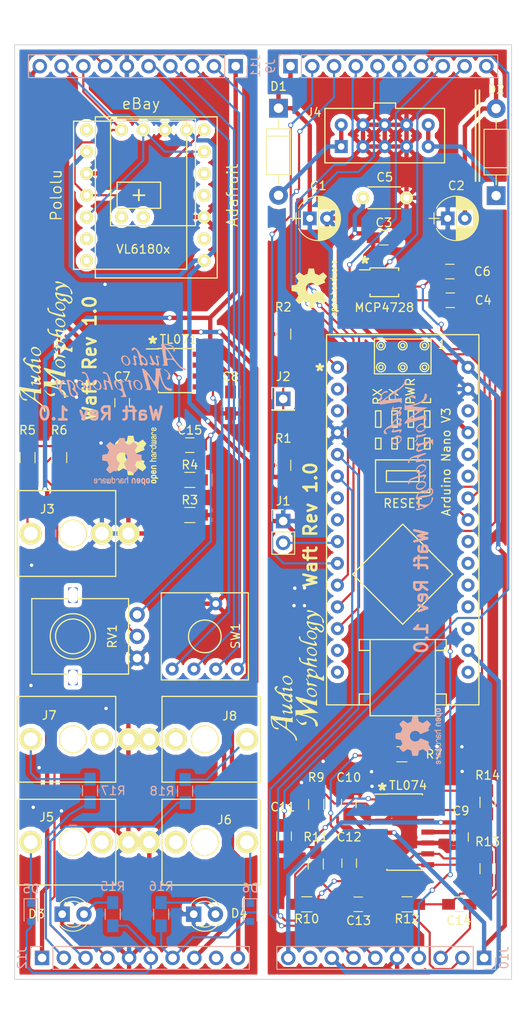
<source format=kicad_pcb>
(kicad_pcb (version 4) (host pcbnew 4.0.7-e2-6376~58~ubuntu16.04.1)
  (layers (0 F.Cu signal) (31 B.Cu signal) (34 B.Paste user hide) (35 F.Paste user hide) (36 B.SilkS user) (37 F.SilkS user) (38 B.Mask user) (39 F.Mask user) (44 Edge.Cuts user))
  (net 0 "")
  (net 1 +12V)
  (net 2 GND)
  (net 3 -12V)
  (net 4 +5V)
  (net 5 DAC_A)
  (net 6 "Net-(C11-Pad1)")
  (net 7 "Net-(C12-Pad1)")
  (net 8 "Net-(C12-Pad2)")
  (net 9 "Net-(C13-Pad2)")
  (net 10 "Net-(C14-Pad2)")
  (net 11 "Net-(C15-Pad1)")
  (net 12 "Net-(C15-Pad2)")
  (net 13 "Net-(CPU1-Pad1)")
  (net 14 DIR)
  (net 15 +3V3)
  (net 16 "Net-(D1-Pad2)")
  (net 17 "Net-(D2-Pad1)")
  (net 18 "Net-(D3-Pad2)")
  (net 19 "Net-(D4-Pad2)")
  (net 20 "Net-(D5-Pad1)")
  (net 21 "Net-(D6-Pad1)")
  (net 22 "Net-(J2-Pad1)")
  (net 23 "Net-(J3-Pad3)")
  (net 24 "Net-(J7-Pad3)")
  (net 25 "Net-(J8-Pad3)")
  (net 26 "Net-(R6-Pad2)")
  (net 27 DAC_Ba)
  (net 28 MIXa)
  (net 29 CV1a)
  (net 30 CV2a)
  (net 31 GATE_1a)
  (net 32 GATE_2a)
  (net 33 DOa)
  (net 34 D1a)
  (net 35 D2a)
  (net 36 D3a)
  (net 37 GATE_1b)
  (net 38 GATE_2b)
  (net 39 D0b)
  (net 40 D1b)
  (net 41 D2b)
  (net 42 D3b)
  (net 43 MIXb)
  (net 44 CV1b)
  (net 45 CV2b)
  (net 46 DAC_Bb)
  (net 47 SDAa)
  (net 48 SCLa)
  (net 49 SDAb)
  (net 50 SCLb)
  (module europi:Arduino_Nano_V3 (layer F.Cu) (at 86.15 106.8)
    (fp_text reference "Arduino Nano V3" (at 5.0674 -6.7509 90) (layer F.SilkS))
    (fp_text value Arduino_Nano_V3)
    (fp_text user 1 (at 4.572 -20.447) (layer F.SilkS))
    (fp_text user RESET (at 0 -1.905) (layer F.SilkS))
    (fp_text user L (at 2.794 -13.843 90) (layer F.SilkS))
    (fp_text user PWR (at 0.889 -14.986 90) (layer F.SilkS))
    (fp_text user TX (at -1.016 -14.478 90) (layer F.SilkS))
    (fp_text user RX (at -2.921 -14.351 90) (layer F.SilkS))
    (pad 1 thru_hole circle (at -7.62 -17.78) (size 1.524 1.524) (drill 0.762) (layers *.Cu *.Mask) (net 13 "Net-(CPU1-Pad1)"))
    (pad 2 thru_hole circle (at -7.62 -15.24) (size 1.524 1.524) (drill 0.762) (layers *.Cu *.Mask))
    (pad 3 thru_hole circle (at -7.62 -12.7) (size 1.524 1.524) (drill 0.762) (layers *.Cu *.Mask))
    (pad 4 thru_hole circle (at -7.62 -10.16) (size 1.524 1.524) (drill 0.762) (layers *.Cu *.Mask) (net 2 GND))
    (pad 5 thru_hole circle (at -7.62 -7.62) (size 1.524 1.524) (drill 0.762) (layers *.Cu *.Mask) (net 31 GATE_1a))
    (pad 6 thru_hole circle (at -7.62 -5.08) (size 1.524 1.524) (drill 0.762) (layers *.Cu *.Mask) (net 32 GATE_2a))
    (pad 7 thru_hole circle (at -7.62 -2.54) (size 1.524 1.524) (drill 0.762) (layers *.Cu *.Mask))
    (pad 8 thru_hole circle (at -7.62 0) (size 1.524 1.524) (drill 0.762) (layers *.Cu *.Mask))
    (pad 9 thru_hole circle (at -7.62 2.54) (size 1.524 1.524) (drill 0.762) (layers *.Cu *.Mask) (net 14 DIR))
    (pad 10 thru_hole circle (at -7.62 5.08) (size 1.524 1.524) (drill 0.762) (layers *.Cu *.Mask) (net 33 DOa))
    (pad 11 thru_hole circle (at -7.62 7.62) (size 1.524 1.524) (drill 0.762) (layers *.Cu *.Mask) (net 34 D1a))
    (pad 12 thru_hole circle (at -7.62 10.16) (size 1.524 1.524) (drill 0.762) (layers *.Cu *.Mask) (net 35 D2a))
    (pad 13 thru_hole circle (at -7.62 12.7) (size 1.524 1.524) (drill 0.762) (layers *.Cu *.Mask) (net 36 D3a))
    (pad 14 thru_hole circle (at -7.62 15.24) (size 1.524 1.524) (drill 0.762) (layers *.Cu *.Mask))
    (pad 15 thru_hole circle (at -7.62 17.78) (size 1.524 1.524) (drill 0.762) (layers *.Cu *.Mask))
    (pad 16 thru_hole circle (at 7.62 17.78) (size 1.524 1.524) (drill 0.762) (layers *.Cu *.Mask))
    (pad 17 thru_hole circle (at 7.62 15.24) (size 1.524 1.524) (drill 0.762) (layers *.Cu *.Mask) (net 15 +3V3))
    (pad 18 thru_hole circle (at 7.62 12.7) (size 1.524 1.524) (drill 0.762) (layers *.Cu *.Mask))
    (pad 19 thru_hole circle (at 7.62 10.16) (size 1.524 1.524) (drill 0.762) (layers *.Cu *.Mask))
    (pad 20 thru_hole circle (at 7.62 7.62) (size 1.524 1.524) (drill 0.762) (layers *.Cu *.Mask))
    (pad 21 thru_hole circle (at 7.62 5.08) (size 1.524 1.524) (drill 0.762) (layers *.Cu *.Mask))
    (pad 22 thru_hole circle (at 7.62 2.54) (size 1.524 1.524) (drill 0.762) (layers *.Cu *.Mask))
    (pad 23 thru_hole circle (at 7.62 0) (size 1.524 1.524) (drill 0.762) (layers *.Cu *.Mask) (net 47 SDAa))
    (pad 24 thru_hole circle (at 7.62 -2.54) (size 1.524 1.524) (drill 0.762) (layers *.Cu *.Mask) (net 48 SCLa))
    (pad 25 thru_hole circle (at 7.62 -5.08) (size 1.524 1.524) (drill 0.762) (layers *.Cu *.Mask))
    (pad 26 thru_hole circle (at 7.62 -7.62) (size 1.524 1.524) (drill 0.762) (layers *.Cu *.Mask))
    (pad 27 thru_hole circle (at 7.62 -10.16) (size 1.524 1.524) (drill 0.762) (layers *.Cu *.Mask) (net 4 +5V))
    (pad 28 thru_hole circle (at 7.62 -12.7) (size 1.524 1.524) (drill 0.762) (layers *.Cu *.Mask))
    (pad 29 thru_hole circle (at 7.62 -15.24) (size 1.524 1.524) (drill 0.762) (layers *.Cu *.Mask) (net 2 GND))
    (pad 30 thru_hole circle (at 7.62 -17.78) (size 1.524 1.524) (drill 0.762) (layers *.Cu *.Mask) (net 1 +12V))
  )
  (module Capacitors_ThroughHole:CP_Radial_D5.0mm_P2.00mm (layer F.Cu) (at 75.3 71.65)
    (fp_text reference C1 (at 1 -3.81) (layer F.SilkS))
    (fp_text value 10uF)
    (pad 1 thru_hole rect (at 0 0) (size 1.6 1.6) (drill 0.8) (layers *.Cu *.Mask) (net 1 +12V))
    (pad 2 thru_hole circle (at 2 0) (size 1.6 1.6) (drill 0.8) (layers *.Cu *.Mask) (net 2 GND))
  )
  (module Capacitors_ThroughHole:CP_Radial_D5.0mm_P2.00mm (layer F.Cu) (at 91.4 71.65)
    (fp_text reference C2 (at 1 -3.81) (layer F.SilkS))
    (fp_text value 10uF)
    (pad 1 thru_hole rect (at 0 0) (size 1.6 1.6) (drill 0.8) (layers *.Cu *.Mask) (net 2 GND))
    (pad 2 thru_hole circle (at 2 0) (size 1.6 1.6) (drill 0.8) (layers *.Cu *.Mask) (net 3 -12V))
  )
  (module Capacitors_SMD:C_0805_HandSoldering (layer F.Cu) (at 83.95 73.9)
    (fp_text reference C3 (at 0 -1.75) (layer F.SilkS))
    (fp_text value 100n)
    (pad 1 smd rect (at -1.25 0) (size 1.5 1.25) (layers F.Cu F.Paste F.Mask) (net 4 +5V))
    (pad 2 smd rect (at 1.25 0) (size 1.5 1.25) (layers F.Cu F.Paste F.Mask) (net 2 GND))
  )
  (module Capacitors_SMD:C_0805_HandSoldering (layer F.Cu) (at 91.7 81.2)
    (fp_text reference C4 (at 3.85 0) (layer F.SilkS))
    (fp_text value 10n)
    (pad 1 smd rect (at -1.25 0) (size 1.5 1.25) (layers F.Cu F.Paste F.Mask) (net 5 DAC_A))
    (pad 2 smd rect (at 1.25 0) (size 1.5 1.25) (layers F.Cu F.Paste F.Mask) (net 2 GND))
  )
  (module europi:tantalum_capacitor (layer F.Cu) (at 84.05 69.25)
    (fp_text reference C5 (at 0 -2.4) (layer F.SilkS))
    (fp_text value "10uF Tant")
    (pad 1 thru_hole circle (at -2.54 0) (size 1.524 1.524) (drill 0.762) (layers *.Cu *.Mask F.SilkS) (net 4 +5V))
    (pad 2 thru_hole circle (at 2.54 0) (size 1.524 1.524) (drill 0.762) (layers *.Cu *.Mask F.SilkS) (net 2 GND))
  )
  (module Capacitors_SMD:C_0805_HandSoldering (layer F.Cu) (at 91.65 77.85)
    (fp_text reference C6 (at 3.8 0) (layer F.SilkS))
    (fp_text value 10n)
    (pad 1 smd rect (at -1.25 0) (size 1.5 1.25) (layers F.Cu F.Paste F.Mask) (net 27 DAC_Ba))
    (pad 2 smd rect (at 1.25 0) (size 1.5 1.25) (layers F.Cu F.Paste F.Mask) (net 2 GND))
  )
  (module Capacitors_SMD:C_0805_HandSoldering (layer F.Cu) (at 53.4 93.15 270)
    (fp_text reference C7 (at -3.05 0 360) (layer F.SilkS))
    (fp_text value 10n)
    (pad 1 smd rect (at -1.25 0 270) (size 1.5 1.25) (layers F.Cu F.Paste F.Mask) (net 3 -12V))
    (pad 2 smd rect (at 1.25 0 270) (size 1.5 1.25) (layers F.Cu F.Paste F.Mask) (net 2 GND))
  )
  (module Capacitors_SMD:C_0805_HandSoldering (layer F.Cu) (at 66.05 93.15 90)
    (fp_text reference C8 (at 3.05 0 180) (layer F.SilkS))
    (fp_text value 10n)
    (pad 1 smd rect (at -1.25 0 90) (size 1.5 1.25) (layers F.Cu F.Paste F.Mask) (net 2 GND))
    (pad 2 smd rect (at 1.25 0 90) (size 1.5 1.25) (layers F.Cu F.Paste F.Mask) (net 1 +12V))
  )
  (module Capacitors_SMD:C_0805_HandSoldering (layer F.Cu) (at 92.95 143.8 270)
    (fp_text reference C9 (at -3.05 0 360) (layer F.SilkS))
    (fp_text value 10n)
    (pad 1 smd rect (at -1.25 0 270) (size 1.5 1.25) (layers F.Cu F.Paste F.Mask) (net 3 -12V))
    (pad 2 smd rect (at 1.25 0 270) (size 1.5 1.25) (layers F.Cu F.Paste F.Mask) (net 2 GND))
  )
  (module Capacitors_SMD:C_0805_HandSoldering (layer F.Cu) (at 79.85 139.9 270)
    (fp_text reference C10 (at -3.05 0 360) (layer F.SilkS))
    (fp_text value 10n)
    (pad 1 smd rect (at -1.25 0 270) (size 1.5 1.25) (layers F.Cu F.Paste F.Mask) (net 2 GND))
    (pad 2 smd rect (at 1.25 0 270) (size 1.5 1.25) (layers F.Cu F.Paste F.Mask) (net 1 +12V))
  )
  (module Capacitors_SMD:C_0805_HandSoldering (layer F.Cu) (at 72.3 143.7 90)
    (fp_text reference C11 (at 3.4 -0.15 180) (layer F.SilkS))
    (fp_text value 47pF)
    (pad 1 smd rect (at -1.25 0 90) (size 1.5 1.25) (layers F.Cu F.Paste F.Mask) (net 6 "Net-(C11-Pad1)"))
    (pad 2 smd rect (at 1.25 0 90) (size 1.5 1.25) (layers F.Cu F.Paste F.Mask) (net 28 MIXa))
  )
  (module Capacitors_SMD:C_0805_HandSoldering (layer F.Cu) (at 79.9 146.85 90)
    (fp_text reference C12 (at 3.05 0 180) (layer F.SilkS))
    (fp_text value 47pF)
    (pad 1 smd rect (at -1.25 0 90) (size 1.5 1.25) (layers F.Cu F.Paste F.Mask) (net 7 "Net-(C12-Pad1)"))
    (pad 2 smd rect (at 1.25 0 90) (size 1.5 1.25) (layers F.Cu F.Paste F.Mask) (net 8 "Net-(C12-Pad2)"))
  )
  (module Capacitors_SMD:C_0805_HandSoldering (layer F.Cu) (at 80.95 151.65 180)
    (fp_text reference C13 (at -0.05 -1.9 360) (layer F.SilkS))
    (fp_text value 47pF)
    (pad 1 smd rect (at -1.25 0 180) (size 1.5 1.25) (layers F.Cu F.Paste F.Mask) (net 29 CV1a))
    (pad 2 smd rect (at 1.25 0 180) (size 1.5 1.25) (layers F.Cu F.Paste F.Mask) (net 9 "Net-(C13-Pad2)"))
  )
  (module Capacitors_SMD:C_0805_HandSoldering (layer F.Cu) (at 92.75 151.65 180)
    (fp_text reference C14 (at 0.05 -1.9 360) (layer F.SilkS))
    (fp_text value 47pF)
    (pad 1 smd rect (at -1.25 0 180) (size 1.5 1.25) (layers F.Cu F.Paste F.Mask) (net 30 CV2a))
    (pad 2 smd rect (at 1.25 0 180) (size 1.5 1.25) (layers F.Cu F.Paste F.Mask) (net 10 "Net-(C14-Pad2)"))
  )
  (module Capacitors_SMD:C_0805_HandSoldering (layer F.Cu) (at 61.3 98.1 180)
    (fp_text reference C15 (at 0 1.75 180) (layer F.SilkS))
    (fp_text value 47pF)
    (pad 1 smd rect (at -1.25 0 180) (size 1.5 1.25) (layers F.Cu F.Paste F.Mask) (net 11 "Net-(C15-Pad1)"))
    (pad 2 smd rect (at 1.25 0 180) (size 1.5 1.25) (layers F.Cu F.Paste F.Mask) (net 12 "Net-(C15-Pad2)"))
  )
  (module Diodes_ThroughHole:D_DO-41_SOD81_P10.16mm_Horizontal (layer F.Cu) (at 71.65 58.8 270)
    (fp_text reference D1 (at -2.55 0 360) (layer F.SilkS))
    (fp_text value 1N5817)
    (pad 1 thru_hole rect (at 0 0 270) (size 2.2 2.2) (drill 1.1) (layers *.Cu *.Mask) (net 1 +12V))
    (pad 2 thru_hole oval (at 10.16 0 270) (size 2.2 2.2) (drill 1.1) (layers *.Cu *.Mask) (net 16 "Net-(D1-Pad2)"))
  )
  (module Diodes_ThroughHole:D_DO-41_SOD81_P10.16mm_Horizontal (layer F.Cu) (at 97.05 69 90)
    (fp_text reference D2 (at 12.4 0 180) (layer F.SilkS))
    (fp_text value 1N5817)
    (pad 1 thru_hole rect (at 0 0 90) (size 2.2 2.2) (drill 1.1) (layers *.Cu *.Mask) (net 17 "Net-(D2-Pad1)"))
    (pad 2 thru_hole oval (at 10.16 0 90) (size 2.2 2.2) (drill 1.1) (layers *.Cu *.Mask) (net 3 -12V))
  )
  (module LEDs:LED_D3.0mm (layer F.Cu) (at 46.4 152.8)
    (fp_text reference D3 (at -2.9981 -0.0205) (layer F.SilkS))
    (fp_text value LED)
    (pad 1 thru_hole rect (at 0 0) (size 1.8 1.8) (drill 0.9) (layers *.Cu *.Mask) (net 2 GND))
    (pad 2 thru_hole circle (at 2.54 0) (size 1.8 1.8) (drill 0.9) (layers *.Cu *.Mask) (net 18 "Net-(D3-Pad2)"))
  )
  (module LEDs:LED_D3.0mm (layer F.Cu) (at 61.75 152.8)
    (fp_text reference D4 (at 5.312 -0.0967) (layer F.SilkS))
    (fp_text value LED)
    (pad 1 thru_hole rect (at 0 0) (size 1.8 1.8) (drill 0.9) (layers *.Cu *.Mask) (net 2 GND))
    (pad 2 thru_hole circle (at 2.54 0) (size 1.8 1.8) (drill 0.9) (layers *.Cu *.Mask) (net 19 "Net-(D4-Pad2)"))
  )
  (module Diodes_SMD:D_0805 (layer B.Cu) (at 42.75 152.6 270)
    (fp_text reference D5 (at -2.75 0 360) (layer B.SilkS) (effects (justify mirror)))
    (fp_text value 1N4148)
    (pad 1 smd rect (at -1.05 0 270) (size 0.8 0.9) (layers B.Cu B.Paste B.Mask) (net 20 "Net-(D5-Pad1)"))
    (pad 2 smd rect (at 1.05 0 270) (size 0.8 0.9) (layers B.Cu B.Paste B.Mask) (net 37 GATE_1b))
  )
  (module Diodes_SMD:D_0805 (layer B.Cu) (at 68.35 152.6 270)
    (fp_text reference D6 (at -2.85 0 360) (layer B.SilkS) (effects (justify mirror)))
    (fp_text value 1N4148)
    (pad 1 smd rect (at -1.05 0 270) (size 0.8 0.9) (layers B.Cu B.Paste B.Mask) (net 21 "Net-(D6-Pad1)"))
    (pad 2 smd rect (at 1.05 0 270) (size 0.8 0.9) (layers B.Cu B.Paste B.Mask) (net 38 GATE_2b))
  )
  (module europi:VL6180x_Composite (layer F.Cu) (at 55.35 68.95)
    (fp_text reference VL6180x (at 0.5106 6.296) (layer F.SilkS))
    (fp_text value VL6180x_Composite)
    (fp_text user eBay (at 0.254 -10.668) (layer F.SilkS) (effects (font (size 1.27 1.27))))
    (fp_text user Pololu (at -9.652 0 90) (layer F.SilkS) (effects (font (size 1.27 1.27))))
    (fp_text user Adafruit (at 10.922 0 90) (layer F.SilkS) (effects (font (size 1.27 1.27))))
    (pad 4 thru_hole circle (at -6.096 0) (size 1.524 1.524) (drill 0.762) (layers *.Cu *.Mask F.SilkS) (net 49 SDAb))
    (pad 3 thru_hole circle (at -6.096 -2.54) (size 1.524 1.524) (drill 0.762) (layers *.Cu *.Mask F.SilkS) (net 2 GND))
    (pad 2 thru_hole circle (at -6.096 -5.08) (size 1.524 1.524) (drill 0.762) (layers *.Cu *.Mask F.SilkS) (net 15 +3V3))
    (pad 1 thru_hole circle (at -6.096 -7.62) (size 1.524 1.524) (drill 0.762) (layers *.Cu *.Mask F.SilkS))
    (pad 5 thru_hole circle (at -6.096 2.54) (size 1.524 1.524) (drill 0.762) (layers *.Cu *.Mask F.SilkS) (net 50 SCLb))
    (pad 6 thru_hole circle (at -6.096 5.08) (size 1.524 1.524) (drill 0.762) (layers *.Cu *.Mask F.SilkS))
    (pad 7 thru_hole circle (at -6.096 7.62) (size 1.524 1.524) (drill 0.762) (layers *.Cu *.Mask F.SilkS))
    (pad 8 thru_hole circle (at -2.032 -7.62) (size 1.524 1.524) (drill 0.762) (layers *.Cu *.Mask F.SilkS) (net 49 SDAb))
    (pad 9 thru_hole circle (at 0.508 -7.62) (size 1.524 1.524) (drill 0.762) (layers *.Cu *.Mask F.SilkS) (net 50 SCLb))
    (pad 10 thru_hole circle (at 3.048 -7.62) (size 1.524 1.524) (drill 0.762) (layers *.Cu *.Mask F.SilkS) (net 2 GND))
    (pad 11 thru_hole circle (at 5.588 -7.62) (size 1.524 1.524) (drill 0.762) (layers *.Cu *.Mask F.SilkS) (net 15 +3V3))
    (pad 12 thru_hole circle (at -2.032 2.54) (size 1.524 1.524) (drill 0.762) (layers *.Cu *.Mask F.SilkS))
    (pad 13 thru_hole circle (at 0.508 2.54) (size 1.524 1.524) (drill 0.762) (layers *.Cu *.Mask F.SilkS))
    (pad 17 thru_hole circle (at 7.62 0) (size 1.524 1.524) (drill 0.762) (layers *.Cu *.Mask F.SilkS))
    (pad 18 thru_hole circle (at 7.62 -2.54) (size 1.524 1.524) (drill 0.762) (layers *.Cu *.Mask F.SilkS))
    (pad 19 thru_hole circle (at 7.62 -5.08) (size 1.524 1.524) (drill 0.762) (layers *.Cu *.Mask F.SilkS) (net 50 SCLb))
    (pad 20 thru_hole circle (at 7.62 -7.62) (size 1.524 1.524) (drill 0.762) (layers *.Cu *.Mask F.SilkS) (net 49 SDAb))
    (pad 16 thru_hole circle (at 7.62 2.54) (size 1.524 1.524) (drill 0.762) (layers *.Cu *.Mask F.SilkS) (net 2 GND))
    (pad 15 thru_hole circle (at 7.62 5.08) (size 1.524 1.524) (drill 0.762) (layers *.Cu *.Mask F.SilkS))
    (pad 14 thru_hole circle (at 7.62 7.62) (size 1.524 1.524) (drill 0.762) (layers *.Cu *.Mask F.SilkS) (net 15 +3V3))
  )
  (module Pin_Headers:Pin_Header_Straight_1x02_Pitch2.54mm (layer F.Cu) (at 72.2 106.95)
    (fp_text reference J1 (at 0 -2.33) (layer F.SilkS))
    (fp_text value CONN_01X02)
    (pad 1 thru_hole rect (at 0 0) (size 1.7 1.7) (drill 1) (layers *.Cu *.Mask) (net 2 GND))
    (pad 2 thru_hole oval (at 0 2.54) (size 1.7 1.7) (drill 1) (layers *.Cu *.Mask) (net 14 DIR))
  )
  (module Pin_Headers:Pin_Header_Straight_1x01_Pitch2.54mm (layer F.Cu) (at 72.2 92.7)
    (fp_text reference J2 (at 0 -2.6) (layer F.SilkS))
    (fp_text value CONN_01X01)
    (pad 1 thru_hole rect (at 0 0) (size 1.7 1.7) (drill 1) (layers *.Cu *.Mask) (net 22 "Net-(J2-Pad1)"))
  )
  (module europi:Thonkiconn (layer F.Cu) (at 47.65 108.4 90)
    (fp_text reference J3 (at 2.8391 -2.9781 180) (layer F.SilkS))
    (fp_text value Thonkiconn)
    (pad "" thru_hole circle (at 0 0 90) (size 3 3) (drill 3) (layers *.Cu *.Mask F.SilkS))
    (pad 3 thru_hole circle (at 0 -4.92 90) (size 2.6 2.6) (drill 1.6) (layers *.Cu *.Mask F.SilkS) (net 23 "Net-(J3-Pad3)"))
    (pad 2 thru_hole circle (at 0 3.38 90) (size 2.6 2.6) (drill 1.6) (layers *.Cu *.Mask F.SilkS) (net 2 GND))
    (pad 1 thru_hole circle (at 0 6.48 90) (size 2.6 2.6) (drill 1.4) (layers *.Cu *.Mask F.SilkS) (net 2 GND))
  )
  (module europi:IDC-2x5 (layer F.Cu) (at 84.05 62)
    (fp_text reference J4 (at -8.25 -2.7) (layer F.SilkS))
    (fp_text value Conn_02x05_Odd_Even)
    (pad 6 thru_hole circle (at 0 -1.27) (size 1.524 1.524) (drill 0.762) (layers *.Cu *.Mask) (net 2 GND))
    (pad 8 thru_hole circle (at 2.54 -1.27) (size 1.524 1.524) (drill 0.762) (layers *.Cu *.Mask) (net 2 GND))
    (pad 10 thru_hole circle (at 5.08 -1.27) (size 1.524 1.524) (drill 0.762) (layers *.Cu *.Mask) (net 17 "Net-(D2-Pad1)"))
    (pad 4 thru_hole circle (at -2.54 -1.27) (size 1.524 1.524) (drill 0.762) (layers *.Cu *.Mask) (net 2 GND))
    (pad 2 thru_hole circle (at -5.08 -1.27) (size 1.524 1.524) (drill 0.762) (layers *.Cu *.Mask) (net 16 "Net-(D1-Pad2)"))
    (pad 1 thru_hole rect (at -5.08 1.27) (size 1.524 1.524) (drill 0.762) (layers *.Cu *.Mask) (net 16 "Net-(D1-Pad2)"))
    (pad 3 thru_hole circle (at -2.54 1.27) (size 1.524 1.524) (drill 0.762) (layers *.Cu *.Mask) (net 2 GND))
    (pad 5 thru_hole circle (at 0 1.27) (size 1.524 1.524) (drill 0.762) (layers *.Cu *.Mask) (net 2 GND))
    (pad 7 thru_hole circle (at 2.54 1.27) (size 1.524 1.524) (drill 0.762) (layers *.Cu *.Mask) (net 2 GND))
    (pad 9 thru_hole circle (at 5.08 1.27) (size 1.524 1.524) (drill 0.762) (layers *.Cu *.Mask) (net 17 "Net-(D2-Pad1)"))
  )
  (module europi:Thonkiconn (layer F.Cu) (at 47.65 144.4 90)
    (fp_text reference J5 (at 2.9108 -3.0543 180) (layer F.SilkS))
    (fp_text value Thonkiconn)
    (pad "" thru_hole circle (at 0 0 90) (size 3 3) (drill 3) (layers *.Cu *.Mask F.SilkS))
    (pad 3 thru_hole circle (at 0 -4.92 90) (size 2.6 2.6) (drill 1.6) (layers *.Cu *.Mask F.SilkS) (net 20 "Net-(D5-Pad1)"))
    (pad 2 thru_hole circle (at 0 3.38 90) (size 2.6 2.6) (drill 1.6) (layers *.Cu *.Mask F.SilkS))
    (pad 1 thru_hole circle (at 0 6.48 90) (size 2.6 2.6) (drill 1.4) (layers *.Cu *.Mask F.SilkS) (net 2 GND))
  )
  (module europi:Thonkiconn (layer F.Cu) (at 63.05 144.4 270)
    (fp_text reference J6 (at -2.5933 -2.2975 360) (layer F.SilkS))
    (fp_text value Thonkiconn)
    (pad "" thru_hole circle (at 0 0 270) (size 3 3) (drill 3) (layers *.Cu *.Mask F.SilkS))
    (pad 3 thru_hole circle (at 0 -4.92 270) (size 2.6 2.6) (drill 1.6) (layers *.Cu *.Mask F.SilkS) (net 21 "Net-(D6-Pad1)"))
    (pad 2 thru_hole circle (at 0 3.38 270) (size 2.6 2.6) (drill 1.6) (layers *.Cu *.Mask F.SilkS))
    (pad 1 thru_hole circle (at 0 6.48 270) (size 2.6 2.6) (drill 1.4) (layers *.Cu *.Mask F.SilkS) (net 2 GND))
  )
  (module europi:Thonkiconn (layer F.Cu) (at 47.65 132.4 90)
    (fp_text reference J7 (at 2.7853 -2.7622 180) (layer F.SilkS))
    (fp_text value Thonkiconn)
    (pad "" thru_hole circle (at 0 0 90) (size 3 3) (drill 3) (layers *.Cu *.Mask F.SilkS))
    (pad 3 thru_hole circle (at 0 -4.92 90) (size 2.6 2.6) (drill 1.6) (layers *.Cu *.Mask F.SilkS) (net 24 "Net-(J7-Pad3)"))
    (pad 2 thru_hole circle (at 0 3.38 90) (size 2.6 2.6) (drill 1.6) (layers *.Cu *.Mask F.SilkS))
    (pad 1 thru_hole circle (at 0 6.48 90) (size 2.6 2.6) (drill 1.4) (layers *.Cu *.Mask F.SilkS) (net 2 GND))
  )
  (module europi:Thonkiconn (layer F.Cu) (at 63.05 132.4 270)
    (fp_text reference J8 (at -2.7091 -2.9071 360) (layer F.SilkS))
    (fp_text value Thonkiconn)
    (pad "" thru_hole circle (at 0 0 270) (size 3 3) (drill 3) (layers *.Cu *.Mask F.SilkS))
    (pad 3 thru_hole circle (at 0 -4.92 270) (size 2.6 2.6) (drill 1.6) (layers *.Cu *.Mask F.SilkS) (net 25 "Net-(J8-Pad3)"))
    (pad 2 thru_hole circle (at 0 3.38 270) (size 2.6 2.6) (drill 1.6) (layers *.Cu *.Mask F.SilkS))
    (pad 1 thru_hole circle (at 0 6.48 270) (size 2.6 2.6) (drill 1.4) (layers *.Cu *.Mask F.SilkS) (net 2 GND))
  )
  (module Resistors_SMD:R_0805_HandSoldering (layer F.Cu) (at 72.2 100.45 270)
    (fp_text reference R1 (at -3.15 0 360) (layer F.SilkS))
    (fp_text value 3k3)
    (pad 1 smd rect (at -1.35 0 270) (size 1.5 1.3) (layers F.Cu F.Paste F.Mask) (net 22 "Net-(J2-Pad1)"))
    (pad 2 smd rect (at 1.35 0 270) (size 1.5 1.3) (layers F.Cu F.Paste F.Mask) (net 2 GND))
  )
  (module Resistors_SMD:R_0805_HandSoldering (layer F.Cu) (at 72.2 85.15 270)
    (fp_text reference R2 (at -3.15 0 360) (layer F.SilkS))
    (fp_text value 2k2)
    (pad 1 smd rect (at -1.35 0 270) (size 1.5 1.3) (layers F.Cu F.Paste F.Mask) (net 13 "Net-(CPU1-Pad1)"))
    (pad 2 smd rect (at 1.35 0 270) (size 1.5 1.3) (layers F.Cu F.Paste F.Mask) (net 22 "Net-(J2-Pad1)"))
  )
  (module Resistors_SMD:R_0805_HandSoldering (layer F.Cu) (at 61.3 106.25)
    (fp_text reference R3 (at 0 -1.75) (layer F.SilkS))
    (fp_text value 100k)
    (pad 1 smd rect (at -1.35 0) (size 1.5 1.3) (layers F.Cu F.Paste F.Mask) (net 12 "Net-(C15-Pad2)"))
    (pad 2 smd rect (at 1.35 0) (size 1.5 1.3) (layers F.Cu F.Paste F.Mask) (net 2 GND))
  )
  (module Resistors_SMD:R_0805_HandSoldering (layer F.Cu) (at 61.3 102.15 180)
    (fp_text reference R4 (at 0 1.75 180) (layer F.SilkS))
    (fp_text value 100k)
    (pad 1 smd rect (at -1.35 0 180) (size 1.5 1.3) (layers F.Cu F.Paste F.Mask) (net 11 "Net-(C15-Pad1)"))
    (pad 2 smd rect (at 1.35 0 180) (size 1.5 1.3) (layers F.Cu F.Paste F.Mask) (net 12 "Net-(C15-Pad2)"))
  )
  (module Resistors_SMD:R_0805_HandSoldering (layer F.Cu) (at 42.35 99.55 270)
    (fp_text reference R5 (at -3.2 0 360) (layer F.SilkS))
    (fp_text value 100k)
    (pad 1 smd rect (at -1.35 0 270) (size 1.5 1.3) (layers F.Cu F.Paste F.Mask) (net 43 MIXb))
    (pad 2 smd rect (at 1.35 0 270) (size 1.5 1.3) (layers F.Cu F.Paste F.Mask) (net 23 "Net-(J3-Pad3)"))
  )
  (module Resistors_SMD:R_0805_HandSoldering (layer F.Cu) (at 46.05 99.55 270)
    (fp_text reference R6 (at -3.2 0 360) (layer F.SilkS))
    (fp_text value 100k)
    (pad 1 smd rect (at -1.35 0 270) (size 1.5 1.3) (layers F.Cu F.Paste F.Mask) (net 43 MIXb))
    (pad 2 smd rect (at 1.35 0 270) (size 1.5 1.3) (layers F.Cu F.Paste F.Mask) (net 26 "Net-(R6-Pad2)"))
  )
  (module Resistors_SMD:R_0805_HandSoldering (layer F.Cu) (at 86.05 134.15)
    (fp_text reference R7 (at 3.75 0) (layer F.SilkS))
    (fp_text value 100k)
    (pad 1 smd rect (at -1.35 0) (size 1.5 1.3) (layers F.Cu F.Paste F.Mask) (net 8 "Net-(C12-Pad2)"))
    (pad 2 smd rect (at 1.35 0) (size 1.5 1.3) (layers F.Cu F.Paste F.Mask) (net 5 DAC_A))
  )
  (module Resistors_SMD:R_0805_HandSoldering (layer F.Cu) (at 76.05 140 90)
    (fp_text reference R9 (at 3.15 0 180) (layer F.SilkS))
    (fp_text value 100k)
    (pad 1 smd rect (at -1.35 0 90) (size 1.5 1.3) (layers F.Cu F.Paste F.Mask) (net 6 "Net-(C11-Pad1)"))
    (pad 2 smd rect (at 1.35 0 90) (size 1.5 1.3) (layers F.Cu F.Paste F.Mask) (net 28 MIXa))
  )
  (module Resistors_SMD:R_0805_HandSoldering (layer F.Cu) (at 74.95 151.65 180)
    (fp_text reference R10 (at 0 -1.7 180) (layer F.SilkS))
    (fp_text value 100k)
    (pad 1 smd rect (at -1.35 0 180) (size 1.5 1.3) (layers F.Cu F.Paste F.Mask) (net 7 "Net-(C12-Pad1)"))
    (pad 2 smd rect (at 1.35 0 180) (size 1.5 1.3) (layers F.Cu F.Paste F.Mask) (net 8 "Net-(C12-Pad2)"))
  )
  (module Resistors_SMD:R_0805_HandSoldering (layer F.Cu) (at 76 146.95 90)
    (fp_text reference R11 (at 3.15 0 180) (layer F.SilkS))
    (fp_text value 100k)
    (pad 1 smd rect (at -1.35 0 90) (size 1.5 1.3) (layers F.Cu F.Paste F.Mask) (net 9 "Net-(C13-Pad2)"))
    (pad 2 smd rect (at 1.35 0 90) (size 1.5 1.3) (layers F.Cu F.Paste F.Mask) (net 6 "Net-(C11-Pad1)"))
  )
  (module Resistors_SMD:R_0805_HandSoldering (layer F.Cu) (at 86.65 151.65 180)
    (fp_text reference R12 (at 0 -1.7 180) (layer F.SilkS))
    (fp_text value 100k)
    (pad 1 smd rect (at -1.35 0 180) (size 1.5 1.3) (layers F.Cu F.Paste F.Mask) (net 10 "Net-(C14-Pad2)"))
    (pad 2 smd rect (at 1.35 0 180) (size 1.5 1.3) (layers F.Cu F.Paste F.Mask) (net 7 "Net-(C12-Pad1)"))
  )
  (module Resistors_SMD:R_0805_HandSoldering (layer F.Cu) (at 96.05 147.5 90)
    (fp_text reference R13 (at 3.15 0 360) (layer F.SilkS))
    (fp_text value 100k)
    (pad 1 smd rect (at -1.35 0 90) (size 1.5 1.3) (layers F.Cu F.Paste F.Mask) (net 29 CV1a))
    (pad 2 smd rect (at 1.35 0 90) (size 1.5 1.3) (layers F.Cu F.Paste F.Mask) (net 9 "Net-(C13-Pad2)"))
  )
  (module Resistors_SMD:R_0805_HandSoldering (layer F.Cu) (at 96.05 139.75 270)
    (fp_text reference R14 (at -3.15 0 540) (layer F.SilkS))
    (fp_text value 100k)
    (pad 1 smd rect (at -1.35 0 270) (size 1.5 1.3) (layers F.Cu F.Paste F.Mask) (net 30 CV2a))
    (pad 2 smd rect (at 1.35 0 270) (size 1.5 1.3) (layers F.Cu F.Paste F.Mask) (net 10 "Net-(C14-Pad2)"))
  )
  (module Resistors_SMD:R_0805_HandSoldering (layer B.Cu) (at 52.3 152.8 270)
    (fp_text reference R15 (at -3.25 0 360) (layer B.SilkS) (effects (justify mirror)))
    (fp_text value 1k)
    (pad 1 smd rect (at -1.35 0 270) (size 1.5 1.3) (layers B.Cu B.Paste B.Mask) (net 18 "Net-(D3-Pad2)"))
    (pad 2 smd rect (at 1.35 0 270) (size 1.5 1.3) (layers B.Cu B.Paste B.Mask) (net 37 GATE_1b))
  )
  (module Resistors_SMD:R_0805_HandSoldering (layer B.Cu) (at 57.95 152.8 270)
    (fp_text reference R16 (at -3.25 0 360) (layer B.SilkS) (effects (justify mirror)))
    (fp_text value 1k)
    (pad 1 smd rect (at -1.35 0 270) (size 1.5 1.3) (layers B.Cu B.Paste B.Mask) (net 19 "Net-(D4-Pad2)"))
    (pad 2 smd rect (at 1.35 0 270) (size 1.5 1.3) (layers B.Cu B.Paste B.Mask) (net 38 GATE_2b))
  )
  (module Resistors_SMD:R_0805_HandSoldering (layer B.Cu) (at 49.65 138.4 270)
    (fp_text reference R17 (at 0 -2.7 540) (layer B.SilkS) (effects (justify mirror)))
    (fp_text value 330R)
    (pad 1 smd rect (at -1.35 0 270) (size 1.5 1.3) (layers B.Cu B.Paste B.Mask) (net 24 "Net-(J7-Pad3)"))
    (pad 2 smd rect (at 1.35 0 270) (size 1.5 1.3) (layers B.Cu B.Paste B.Mask) (net 44 CV1b))
  )
  (module Resistors_SMD:R_0805_HandSoldering (layer B.Cu) (at 60.75 138.45 270)
    (fp_text reference R18 (at 0 2.7 540) (layer B.SilkS) (effects (justify mirror)))
    (fp_text value 330R)
    (pad 1 smd rect (at -1.35 0 270) (size 1.5 1.3) (layers B.Cu B.Paste B.Mask) (net 25 "Net-(J8-Pad3)"))
    (pad 2 smd rect (at 1.35 0 270) (size 1.5 1.3) (layers B.Cu B.Paste B.Mask) (net 45 CV2b))
  )
  (module europi:Alpha_9mm_Vertical (layer F.Cu) (at 47.65 120.4 90)
    (fp_text reference RV1 (at 0 4.6 90) (layer F.SilkS))
    (fp_text value B100K)
    (pad 3 thru_hole circle (at -2.54 7.5 90) (size 1.8 1.8) (drill 1) (layers *.Cu *.Mask) (net 2 GND))
    (pad 1 thru_hole circle (at 2.54 7.5 90) (size 1.8 1.8) (drill 1) (layers *.Cu *.Mask) (net 11 "Net-(C15-Pad1)"))
    (pad "" np_thru_hole rect (at -4.8 0 90) (size 1.8 1.1) (drill oval 1.8 1.1) (layers *.Cu *.Mask))
    (pad "" np_thru_hole rect (at 4.8 0 90) (size 1.8 1.1) (drill oval 1.8 1.1) (layers *.Cu *.Mask))
    (pad 2 thru_hole circle (at 0 7.5 90) (size 1.8 1.8) (drill 1) (layers *.Cu *.Mask) (net 26 "Net-(R6-Pad2)"))
  )
  (module europi:10_Way_Coded_Switch (layer F.Cu) (at 63.05 120.4)
    (fp_text reference SW1 (at 3.5929 -0.0563 90) (layer F.SilkS))
    (fp_text value Coded_Switch)
    (pad 3 thru_hole circle (at 1.27 3.81) (size 1.524 1.524) (drill 0.762) (layers *.Cu *.Mask) (net 40 D1b))
    (pad 2 thru_hole circle (at 3.81 3.81) (size 1.524 1.524) (drill 0.762) (layers *.Cu *.Mask) (net 39 D0b))
    (pad 4 thru_hole circle (at -1.27 3.81) (size 1.524 1.524) (drill 0.762) (layers *.Cu *.Mask) (net 41 D2b))
    (pad 5 thru_hole circle (at -3.81 3.81) (size 1.524 1.524) (drill 0.762) (layers *.Cu *.Mask) (net 42 D3b))
    (pad 1 thru_hole circle (at 1.27 -3.81) (size 1.524 1.524) (drill 0.762) (layers *.Cu *.Mask) (net 2 GND))
  )
  (module Housings_SSOP:MSOP-10_3x3mm_Pitch0.5mm (layer F.Cu) (at 84 79.1)
    (fp_text reference MCP4728 (at 0 2.95) (layer F.SilkS))
    (fp_text value MCP4728)
    (pad 1 smd rect (at -2.2 -1) (size 1.4 0.3) (layers F.Cu F.Paste F.Mask) (net 4 +5V))
    (pad 2 smd rect (at -2.2 -0.5) (size 1.4 0.3) (layers F.Cu F.Paste F.Mask) (net 48 SCLa))
    (pad 3 smd rect (at -2.2 0) (size 1.4 0.3) (layers F.Cu F.Paste F.Mask) (net 47 SDAa))
    (pad 4 smd rect (at -2.2 0.5) (size 1.4 0.3) (layers F.Cu F.Paste F.Mask))
    (pad 5 smd rect (at -2.2 1) (size 1.4 0.3) (layers F.Cu F.Paste F.Mask))
    (pad 6 smd rect (at 2.2 1) (size 1.4 0.3) (layers F.Cu F.Paste F.Mask) (net 5 DAC_A))
    (pad 7 smd rect (at 2.2 0.5) (size 1.4 0.3) (layers F.Cu F.Paste F.Mask) (net 27 DAC_Ba))
    (pad 8 smd rect (at 2.2 0) (size 1.4 0.3) (layers F.Cu F.Paste F.Mask))
    (pad 9 smd rect (at 2.2 -0.5) (size 1.4 0.3) (layers F.Cu F.Paste F.Mask))
    (pad 10 smd rect (at 2.2 -1) (size 1.4 0.3) (layers F.Cu F.Paste F.Mask) (net 2 GND))
  )
  (module Housings_SOIC:SOIC-8_3.9x4.9mm_Pitch1.27mm (layer F.Cu) (at 59.7 89.4)
    (fp_text reference TL071 (at 0.2881 -3.6511) (layer F.SilkS))
    (fp_text value TL071)
    (pad 1 smd rect (at -2.7 -1.905) (size 1.55 0.6) (layers F.Cu F.Paste F.Mask))
    (pad 2 smd rect (at -2.7 -0.635) (size 1.55 0.6) (layers F.Cu F.Paste F.Mask) (net 12 "Net-(C15-Pad2)"))
    (pad 3 smd rect (at -2.7 0.635) (size 1.55 0.6) (layers F.Cu F.Paste F.Mask) (net 46 DAC_Bb))
    (pad 4 smd rect (at -2.7 1.905) (size 1.55 0.6) (layers F.Cu F.Paste F.Mask) (net 3 -12V))
    (pad 5 smd rect (at 2.7 1.905) (size 1.55 0.6) (layers F.Cu F.Paste F.Mask))
    (pad 6 smd rect (at 2.7 0.635) (size 1.55 0.6) (layers F.Cu F.Paste F.Mask) (net 11 "Net-(C15-Pad1)"))
    (pad 7 smd rect (at 2.7 -0.635) (size 1.55 0.6) (layers F.Cu F.Paste F.Mask) (net 1 +12V))
    (pad 8 smd rect (at 2.7 -1.905) (size 1.55 0.6) (layers F.Cu F.Paste F.Mask))
  )
  (module Housings_SOIC:SOIC-14_3.9x8.7mm_Pitch1.27mm (layer F.Cu) (at 86.375 143.225)
    (fp_text reference TL074 (at 0.3974 -5.4442) (layer F.SilkS))
    (fp_text value TL074)
    (pad 1 smd rect (at -2.7 -3.81) (size 1.5 0.6) (layers F.Cu F.Paste F.Mask) (net 6 "Net-(C11-Pad1)"))
    (pad 2 smd rect (at -2.7 -2.54) (size 1.5 0.6) (layers F.Cu F.Paste F.Mask) (net 28 MIXa))
    (pad 3 smd rect (at -2.7 -1.27) (size 1.5 0.6) (layers F.Cu F.Paste F.Mask) (net 2 GND))
    (pad 4 smd rect (at -2.7 0) (size 1.5 0.6) (layers F.Cu F.Paste F.Mask) (net 1 +12V))
    (pad 5 smd rect (at -2.7 1.27) (size 1.5 0.6) (layers F.Cu F.Paste F.Mask) (net 2 GND))
    (pad 6 smd rect (at -2.7 2.54) (size 1.5 0.6) (layers F.Cu F.Paste F.Mask) (net 8 "Net-(C12-Pad2)"))
    (pad 7 smd rect (at -2.7 3.81) (size 1.5 0.6) (layers F.Cu F.Paste F.Mask) (net 7 "Net-(C12-Pad1)"))
    (pad 8 smd rect (at 2.7 3.81) (size 1.5 0.6) (layers F.Cu F.Paste F.Mask) (net 29 CV1a))
    (pad 9 smd rect (at 2.7 2.54) (size 1.5 0.6) (layers F.Cu F.Paste F.Mask) (net 9 "Net-(C13-Pad2)"))
    (pad 10 smd rect (at 2.7 1.27) (size 1.5 0.6) (layers F.Cu F.Paste F.Mask) (net 2 GND))
    (pad 11 smd rect (at 2.7 0) (size 1.5 0.6) (layers F.Cu F.Paste F.Mask) (net 3 -12V))
    (pad 12 smd rect (at 2.7 -1.27) (size 1.5 0.6) (layers F.Cu F.Paste F.Mask) (net 2 GND))
    (pad 13 smd rect (at 2.7 -2.54) (size 1.5 0.6) (layers F.Cu F.Paste F.Mask) (net 10 "Net-(C14-Pad2)"))
    (pad 14 smd rect (at 2.7 -3.81) (size 1.5 0.6) (layers F.Cu F.Paste F.Mask) (net 30 CV2a))
  )
  (module Pin_Headers:Pin_Header_Straight_1x10_Pitch2.54mm (layer B.Cu) (at 73.05 53.9 270)
    (fp_text reference J9 (at 0 2.33 270) (layer B.SilkS) (effects (justify mirror)))
    (fp_text value Conn_01x10_Female)
    (pad 1 thru_hole rect (at 0 0 270) (size 1.7 1.7) (drill 1) (layers *.Cu *.Mask) (net 1 +12V))
    (pad 2 thru_hole oval (at 0 -2.54 270) (size 1.7 1.7) (drill 1) (layers *.Cu *.Mask) (net 33 DOa))
    (pad 3 thru_hole oval (at 0 -5.08 270) (size 1.7 1.7) (drill 1) (layers *.Cu *.Mask) (net 34 D1a))
    (pad 4 thru_hole oval (at 0 -7.62 270) (size 1.7 1.7) (drill 1) (layers *.Cu *.Mask) (net 35 D2a))
    (pad 5 thru_hole oval (at 0 -10.16 270) (size 1.7 1.7) (drill 1) (layers *.Cu *.Mask) (net 36 D3a))
    (pad 6 thru_hole oval (at 0 -12.7 270) (size 1.7 1.7) (drill 1) (layers *.Cu *.Mask) (net 2 GND))
    (pad 7 thru_hole oval (at 0 -15.24 270) (size 1.7 1.7) (drill 1) (layers *.Cu *.Mask) (net 28 MIXa))
    (pad 8 thru_hole oval (at 0 -17.78 270) (size 1.7 1.7) (drill 1) (layers *.Cu *.Mask) (net 47 SDAa))
    (pad 9 thru_hole oval (at 0 -20.32 270) (size 1.7 1.7) (drill 1) (layers *.Cu *.Mask) (net 48 SCLa))
    (pad 10 thru_hole oval (at 0 -22.86 270) (size 1.7 1.7) (drill 1) (layers *.Cu *.Mask) (net 3 -12V))
  )
  (module Pin_Headers:Pin_Header_Straight_1x10_Pitch2.54mm (layer B.Cu) (at 95.65 157.9 90)
    (fp_text reference J10 (at 0 2.33 90) (layer B.SilkS) (effects (justify mirror)))
    (fp_text value Conn_01x10_Female)
    (pad 1 thru_hole rect (at 0 0 90) (size 1.7 1.7) (drill 1) (layers *.Cu *.Mask) (net 1 +12V))
    (pad 2 thru_hole oval (at 0 -2.54 90) (size 1.7 1.7) (drill 1) (layers *.Cu *.Mask) (net 29 CV1a))
    (pad 3 thru_hole oval (at 0 -5.08 90) (size 1.7 1.7) (drill 1) (layers *.Cu *.Mask) (net 30 CV2a))
    (pad 4 thru_hole oval (at 0 -7.62 90) (size 1.7 1.7) (drill 1) (layers *.Cu *.Mask) (net 27 DAC_Ba))
    (pad 5 thru_hole oval (at 0 -10.16 90) (size 1.7 1.7) (drill 1) (layers *.Cu *.Mask) (net 2 GND))
    (pad 6 thru_hole oval (at 0 -12.7 90) (size 1.7 1.7) (drill 1) (layers *.Cu *.Mask) (net 31 GATE_1a))
    (pad 7 thru_hole oval (at 0 -15.24 90) (size 1.7 1.7) (drill 1) (layers *.Cu *.Mask) (net 32 GATE_2a))
    (pad 8 thru_hole oval (at 0 -17.78 90) (size 1.7 1.7) (drill 1) (layers *.Cu *.Mask) (net 15 +3V3))
    (pad 9 thru_hole oval (at 0 -20.32 90) (size 1.7 1.7) (drill 1) (layers *.Cu *.Mask))
    (pad 10 thru_hole oval (at 0 -22.86 90) (size 1.7 1.7) (drill 1) (layers *.Cu *.Mask) (net 3 -12V))
  )
  (module Pin_Headers:Pin_Header_Straight_1x10_Pitch2.54mm (layer B.Cu) (at 66.65 53.9 90)
    (fp_text reference J11 (at 0 2.33 90) (layer B.SilkS) (effects (justify mirror)))
    (fp_text value Conn_01x10_Male)
    (pad 1 thru_hole rect (at 0 0 90) (size 1.7 1.7) (drill 1) (layers *.Cu *.Mask) (net 1 +12V))
    (pad 2 thru_hole oval (at 0 -2.54 90) (size 1.7 1.7) (drill 1) (layers *.Cu *.Mask) (net 39 D0b))
    (pad 3 thru_hole oval (at 0 -5.08 90) (size 1.7 1.7) (drill 1) (layers *.Cu *.Mask) (net 40 D1b))
    (pad 4 thru_hole oval (at 0 -7.62 90) (size 1.7 1.7) (drill 1) (layers *.Cu *.Mask) (net 41 D2b))
    (pad 5 thru_hole oval (at 0 -10.16 90) (size 1.7 1.7) (drill 1) (layers *.Cu *.Mask) (net 42 D3b))
    (pad 6 thru_hole oval (at 0 -12.7 90) (size 1.7 1.7) (drill 1) (layers *.Cu *.Mask) (net 2 GND))
    (pad 7 thru_hole oval (at 0 -15.24 90) (size 1.7 1.7) (drill 1) (layers *.Cu *.Mask) (net 43 MIXb))
    (pad 8 thru_hole oval (at 0 -17.78 90) (size 1.7 1.7) (drill 1) (layers *.Cu *.Mask) (net 49 SDAb))
    (pad 9 thru_hole oval (at 0 -20.32 90) (size 1.7 1.7) (drill 1) (layers *.Cu *.Mask) (net 50 SCLb))
    (pad 10 thru_hole oval (at 0 -22.86 90) (size 1.7 1.7) (drill 1) (layers *.Cu *.Mask) (net 3 -12V))
  )
  (module Pin_Headers:Pin_Header_Straight_1x10_Pitch2.54mm (layer B.Cu) (at 44.05 157.9 270)
    (fp_text reference J12 (at 0 2.33 270) (layer B.SilkS) (effects (justify mirror)))
    (fp_text value Conn_01x10_Male)
    (pad 1 thru_hole rect (at 0 0 270) (size 1.7 1.7) (drill 1) (layers *.Cu *.Mask) (net 1 +12V))
    (pad 2 thru_hole oval (at 0 -2.54 270) (size 1.7 1.7) (drill 1) (layers *.Cu *.Mask) (net 44 CV1b))
    (pad 3 thru_hole oval (at 0 -5.08 270) (size 1.7 1.7) (drill 1) (layers *.Cu *.Mask) (net 45 CV2b))
    (pad 4 thru_hole oval (at 0 -7.62 270) (size 1.7 1.7) (drill 1) (layers *.Cu *.Mask) (net 46 DAC_Bb))
    (pad 5 thru_hole oval (at 0 -10.16 270) (size 1.7 1.7) (drill 1) (layers *.Cu *.Mask) (net 2 GND))
    (pad 6 thru_hole oval (at 0 -12.7 270) (size 1.7 1.7) (drill 1) (layers *.Cu *.Mask) (net 37 GATE_1b))
    (pad 7 thru_hole oval (at 0 -15.24 270) (size 1.7 1.7) (drill 1) (layers *.Cu *.Mask) (net 38 GATE_2b))
    (pad 8 thru_hole oval (at 0 -17.78 270) (size 1.7 1.7) (drill 1) (layers *.Cu *.Mask) (net 15 +3V3))
    (pad 9 thru_hole oval (at 0 -20.32 270) (size 1.7 1.7) (drill 1) (layers *.Cu *.Mask))
    (pad 10 thru_hole oval (at 0 -22.86 270) (size 1.7 1.7) (drill 1) (layers *.Cu *.Mask) (net 3 -12V))
  )
  (module europi:AM_Logo (layer F.Cu) (at 73.8184 124.9538 90)
    (fp_text reference "" hide)
    (fp_text value "" hide)
  )
  (module europi:AM_Logo (layer B.Cu) (at 86.5565 98.0679 270)
    (fp_text reference "" hide)
    (fp_text value "" hide)
  )
  (module europi:AM_Logo (layer F.Cu) (at 44.456 86.6125 90)
    (fp_text reference "" hide)
    (fp_text value "" hide)
  )
  (module europi:AM_Logo (layer B.Cu) (at 53.2571 89.343 180)
    (fp_text reference "" hide)
    (fp_text value "" hide)
  )
  (module Symbols:OSHW-Logo2_7.3x6mm_SilkScreen (layer F.Cu) (at 54.8573 99.2998 90)
    (fp_text reference REF*** hide)
    (fp_text value OSHW-Logo2_7.3x6mm_SilkScreen hide)
  )
  (module Symbols:OSHW-Logo2_7.3x6mm_SilkScreen (layer F.Cu) (at 75.9393 79.7926 90)
    (fp_text reference REF*** hide)
    (fp_text value OSHW-Logo2_7.3x6mm_SilkScreen hide)
  )
  (module Symbols:OSHW-Logo2_7.3x6mm_SilkScreen (layer B.Cu) (at 88.0678 132.0404 270)
    (fp_text reference REF*** hide)
    (fp_text value OSHW-Logo2_7.3x6mm_SilkScreen hide)
  )
  (module Symbols:OSHW-Logo2_7.3x6mm_SilkScreen (layer B.Cu) (at 53.3714 100.0237 180)
    (fp_text reference REF*** hide)
    (fp_text value OSHW-Logo2_7.3x6mm_SilkScreen hide)
  )
  (gr_text * (at 76.4727 89.4954) (layer F.SilkS) (effects (font (size 1.5 1.5) (thickness 0.3))))
  (gr_text * (at 81.7305 76.9732) (layer F.SilkS) (effects (font (size 1.5 1.5) (thickness 0.3))))
  (gr_text * (at 83.7625 138.4158) (layer F.SilkS) (effects (font (size 1.5 1.5) (thickness 0.3))))
  (gr_text * (at 56.9655 86.3077) (layer F.SilkS) (effects (font (size 1.5 1.5) (thickness 0.3))))
  (gr_text "Waft Rev 1.0" (at 88.3218 115.0986 90) (layer B.SilkS) (effects (font (size 1.5 1.5) (thickness 0.3)) (justify mirror)))
  (gr_text "Waft Rev 1.0" (at 50.9076 94.4103) (layer B.SilkS) (effects (font (size 1.5 1.5) (thickness 0.3)) (justify mirror)))
  (gr_text "Waft Rev 1.0" (at 49.6122 87.9714 90) (layer F.SilkS) (effects (font (size 1.5 1.5) (thickness 0.3))))
  (gr_text "Waft Rev 1.0" (at 75.3805 107.4024 90) (layer F.SilkS) (effects (font (size 1.5 1.5) (thickness 0.3))))
  (gr_line (start 94.65 56.7) (end 94.65 67.3) (angle 90) (layer F.SilkS) (width 0.2))
  (gr_line (start 95.1 67.3) (end 95.1 56.7) (angle 90) (layer F.SilkS) (width 0.2))
  (gr_line (start 95.1 56.75) (end 95.1 67.3) (angle 90) (layer F.SilkS) (width 0.2))
  (gr_line (start 56 68.95) (end 54.7 68.95) (angle 90) (layer F.SilkS) (width 0.2))
  (gr_line (start 55.35 68.95) (end 56 68.95) (angle 90) (layer F.SilkS) (width 0.2))
  (gr_line (start 55.35 69.55) (end 55.35 68.95) (angle 90) (layer F.SilkS) (width 0.2))
  (gr_line (start 55.35 68.3) (end 55.35 69.55) (angle 90) (layer F.SilkS) (width 0.2))
  (gr_line (start 98.85 160.4) (end 40.85 160.4) (angle 90) (layer Edge.Cuts) (width 0.1))
  (gr_line (start 98.85 51.4) (end 98.85 160.4) (angle 90) (layer Edge.Cuts) (width 0.1))
  (gr_line (start 40.85 51.4) (end 98.85 51.4) (angle 90) (layer Edge.Cuts) (width 0.1))
  (gr_line (start 40.85 160.4) (end 40.85 51.4) (angle 90) (layer Edge.Cuts) (width 0.1))
  (segment (start 44.05 157.9) (end 44.05 150.25) (width 0.508) (layer F.Cu) (net 1))
  (segment (start 44.05 150.25) (end 44.65 149.65) (width 0.508) (layer F.Cu) (net 1))
  (segment (start 44.65 149.65) (end 44.65 103.45) (width 0.508) (layer F.Cu) (net 1))
  (segment (start 44.65 103.45) (end 44.5 103.3) (width 0.508) (layer F.Cu) (net 1))
  (segment (start 44.5 103.3) (end 44.4 103.2) (width 0.508) (layer F.Cu) (net 1))
  (segment (start 97.3 110.1) (end 98.054022 110.854022) (width 0.508) (layer F.Cu) (net 1))
  (segment (start 95.65 156.542) (end 95.65 157.9) (width 0.508) (layer F.Cu) (net 1))
  (segment (start 98.054022 154.137978) (end 95.65 156.542) (width 0.508) (layer F.Cu) (net 1))
  (segment (start 98.054022 110.854022) (end 98.054022 154.137978) (width 0.508) (layer F.Cu) (net 1))
  (segment (start 44.4 103.2) (end 44.4 88.15) (width 0.508) (layer B.Cu) (net 1))
  (segment (start 44.4 88.15) (end 49.3 83.25) (width 0.508) (layer B.Cu) (net 1))
  (segment (start 49.3 83.25) (end 58.95 83.25) (width 0.508) (layer B.Cu) (net 1))
  (via (at 44.4 103.2) (size 0.6) (drill 0.4) (layers F.Cu B.Cu) (net 1))
  (segment (start 58.95 83.25) (end 63.648722 83.25) (width 0.508) (layer F.Cu) (net 1))
  (segment (start 63.648722 83.25) (end 63.683 83.215722) (width 0.508) (layer F.Cu) (net 1))
  (via (at 58.95 83.25) (size 0.6) (drill 0.4) (layers F.Cu B.Cu) (net 1))
  (segment (start 97.3 92.55) (end 97.3 110.1) (width 0.508) (layer B.Cu) (net 1))
  (via (at 97.3 110.1) (size 0.6) (drill 0.4) (layers F.Cu B.Cu) (net 1))
  (segment (start 93.77 89.02) (end 97.3 92.55) (width 0.508) (layer B.Cu) (net 1))
  (segment (start 63.683 83.215722) (end 63.683 88.765) (width 0.508) (layer F.Cu) (net 1))
  (segment (start 66.65 80.248722) (end 63.683 83.215722) (width 0.508) (layer F.Cu) (net 1))
  (segment (start 66.65 53.9) (end 66.65 80.248722) (width 0.508) (layer F.Cu) (net 1))
  (segment (start 85.449999 143.599999) (end 85.15 143.3) (width 0.508) (layer B.Cu) (net 1))
  (segment (start 95.65 153.8) (end 85.449999 143.599999) (width 0.508) (layer B.Cu) (net 1))
  (segment (start 95.65 157.9) (end 95.65 153.8) (width 0.508) (layer B.Cu) (net 1))
  (segment (start 85.15 143.3) (end 83.75 143.3) (width 0.508) (layer F.Cu) (net 1))
  (segment (start 83.75 143.3) (end 83.675 143.225) (width 0.508) (layer F.Cu) (net 1))
  (via (at 85.15 143.3) (size 0.6) (drill 0.4) (layers F.Cu B.Cu) (net 1))
  (segment (start 79.85 141.15) (end 81.925 143.225) (width 0.508) (layer F.Cu) (net 1))
  (segment (start 81.925 143.225) (end 83.675 143.225) (width 0.508) (layer F.Cu) (net 1))
  (segment (start 77.75 85.3) (end 90.05 85.3) (width 0.508) (layer B.Cu) (net 1))
  (segment (start 90.05 85.3) (end 93.77 89.02) (width 0.508) (layer B.Cu) (net 1))
  (segment (start 77.75 75.408) (end 77.75 85.3) (width 0.508) (layer B.Cu) (net 1))
  (segment (start 75.3 71.65) (end 75.3 72.958) (width 0.508) (layer B.Cu) (net 1))
  (segment (start 75.3 72.958) (end 77.75 75.408) (width 0.508) (layer B.Cu) (net 1))
  (segment (start 64.765 88.765) (end 66.05 90.05) (width 0.508) (layer F.Cu) (net 1))
  (segment (start 66.05 90.05) (end 66.05 91.9) (width 0.508) (layer F.Cu) (net 1))
  (segment (start 63.683 88.765) (end 64.765 88.765) (width 0.508) (layer F.Cu) (net 1))
  (segment (start 62.4 88.765) (end 63.683 88.765) (width 0.508) (layer F.Cu) (net 1))
  (segment (start 71.65 58.8) (end 73.258 58.8) (width 0.508) (layer F.Cu) (net 1))
  (segment (start 73.258 58.8) (end 75.3 60.842) (width 0.508) (layer F.Cu) (net 1))
  (segment (start 75.3 60.842) (end 75.3 70.342) (width 0.508) (layer F.Cu) (net 1))
  (segment (start 75.3 70.342) (end 75.3 71.65) (width 0.508) (layer F.Cu) (net 1))
  (segment (start 71.65 56.658) (end 71.65 58.8) (width 0.508) (layer F.Cu) (net 1))
  (segment (start 73.05 53.9) (end 73.05 55.258) (width 0.508) (layer F.Cu) (net 1))
  (segment (start 73.05 55.258) (end 71.65 56.658) (width 0.508) (layer F.Cu) (net 1))
  (segment (start 45.5355 128.8019) (end 45.5355 133.8819) (width 0.508) (layer B.Cu) (net 2))
  (segment (start 47.2119 141.6543) (end 54.13 141.6543) (width 0.508) (layer F.Cu) (net 2))
  (segment (start 46.3102 140.7526) (end 47.2119 141.6543) (width 0.508) (layer F.Cu) (net 2))
  (via (at 46.3102 140.7526) (size 0.6) (drill 0.4) (layers F.Cu B.Cu) (net 2))
  (segment (start 43.44 140.7526) (end 46.3102 140.7526) (width 0.508) (layer B.Cu) (net 2))
  (segment (start 43.0209 140.3335) (end 43.44 140.7526) (width 0.508) (layer B.Cu) (net 2))
  (via (at 43.0209 140.3335) (size 0.6) (drill 0.4) (layers F.Cu B.Cu) (net 2))
  (segment (start 43.0209 136.3965) (end 43.0209 140.3335) (width 0.508) (layer F.Cu) (net 2))
  (segment (start 43.7067 135.7107) (end 43.0209 136.3965) (width 0.508) (layer F.Cu) (net 2))
  (via (at 43.7067 135.7107) (size 0.6) (drill 0.4) (layers F.Cu B.Cu) (net 2))
  (segment (start 45.5355 133.8819) (end 43.7067 135.7107) (width 0.508) (layer B.Cu) (net 2))
  (segment (start 44.7 105.85) (end 44.7 110.2245) (width 0.508) (layer B.Cu) (net 2))
  (segment (start 51.6315 128.9162) (end 54.13 128.9162) (width 0.508) (layer F.Cu) (net 2))
  (segment (start 51.5172 128.8019) (end 51.6315 128.9162) (width 0.508) (layer F.Cu) (net 2))
  (via (at 51.5172 128.8019) (size 0.6) (drill 0.4) (layers F.Cu B.Cu) (net 2))
  (segment (start 45.4339 128.8019) (end 45.5355 128.8019) (width 0.508) (layer B.Cu) (net 2))
  (segment (start 45.5355 128.8019) (end 51.5172 128.8019) (width 0.508) (layer B.Cu) (net 2))
  (segment (start 42.7542 126.1222) (end 45.4339 128.8019) (width 0.508) (layer B.Cu) (net 2))
  (via (at 42.7542 126.1222) (size 0.6) (drill 0.4) (layers F.Cu B.Cu) (net 2))
  (segment (start 42.7542 112.1776) (end 42.7542 126.1222) (width 0.508) (layer F.Cu) (net 2))
  (segment (start 42.8304 112.1014) (end 42.7542 112.1776) (width 0.508) (layer F.Cu) (net 2))
  (via (at 42.8304 112.1014) (size 0.6) (drill 0.4) (layers F.Cu B.Cu) (net 2))
  (segment (start 42.8304 112.0941) (end 42.8304 112.1014) (width 0.508) (layer B.Cu) (net 2))
  (segment (start 44.7 110.2245) (end 42.8304 112.0941) (width 0.508) (layer B.Cu) (net 2))
  (via (at 43.3 90.5495) (size 0.6) (drill 0.4) (layers F.Cu B.Cu) (net 2))
  (segment (start 53.4 97.8171) (end 53.2 98.0171) (width 0.508) (layer F.Cu) (net 2))
  (segment (start 51.0981 98.0171) (end 53.2 98.0171) (width 0.508) (layer F.Cu) (net 2))
  (segment (start 50.933 97.852) (end 51.0981 98.0171) (width 0.508) (layer F.Cu) (net 2))
  (via (at 50.933 97.852) (size 0.6) (drill 0.4) (layers F.Cu B.Cu) (net 2))
  (segment (start 48.1136 95.0326) (end 50.933 97.852) (width 0.508) (layer B.Cu) (net 2))
  (segment (start 48.1136 92.5561) (end 48.1136 95.0326) (width 0.508) (layer B.Cu) (net 2))
  (segment (start 48.0628 92.5053) (end 48.1136 92.5561) (width 0.508) (layer B.Cu) (net 2))
  (via (at 48.0628 92.5053) (size 0.6) (drill 0.4) (layers F.Cu B.Cu) (net 2))
  (segment (start 48.0628 90.6765) (end 48.0628 92.5053) (width 0.508) (layer F.Cu) (net 2))
  (segment (start 47.9993 90.613) (end 48.0628 90.6765) (width 0.508) (layer F.Cu) (net 2))
  (via (at 47.9993 90.613) (size 0.6) (drill 0.4) (layers F.Cu B.Cu) (net 2))
  (segment (start 45.3196 90.613) (end 47.9993 90.613) (width 0.508) (layer B.Cu) (net 2))
  (segment (start 45.2942 90.5876) (end 45.3196 90.613) (width 0.508) (layer B.Cu) (net 2))
  (via (at 45.2942 90.5876) (size 0.6) (drill 0.4) (layers F.Cu B.Cu) (net 2))
  (segment (start 43.3381 90.5876) (end 45.2942 90.5876) (width 0.508) (layer F.Cu) (net 2))
  (segment (start 43.3381 90.5876) (end 43.3 90.5495) (width 0.508) (layer F.Cu) (net 2))
  (segment (start 82.50774 136.1806) (end 93.06144 136.1806) (width 0.508) (layer F.Cu) (net 2))
  (via (at 90.14552 133.24436) (size 0.6) (drill 0.4) (layers F.Cu B.Cu) (net 2))
  (segment (start 93.02588 133.24436) (end 90.14552 133.24436) (width 0.508) (layer F.Cu) (net 2))
  (segment (start 93.05636 133.27484) (end 93.02588 133.24436) (width 0.508) (layer F.Cu) (net 2))
  (via (at 93.05636 133.27484) (size 0.6) (drill 0.4) (layers F.Cu B.Cu) (net 2))
  (segment (start 93.05636 136.12472) (end 93.05636 133.27484) (width 0.508) (layer B.Cu) (net 2))
  (segment (start 93.08684 136.1552) (end 93.05636 136.12472) (width 0.508) (layer B.Cu) (net 2))
  (via (at 93.08684 136.1552) (size 0.6) (drill 0.4) (layers F.Cu B.Cu) (net 2))
  (segment (start 93.06144 136.1806) (end 93.08684 136.1552) (width 0.508) (layer F.Cu) (net 2))
  (via (at 74.338079 137.445999) (size 0.6) (drill 0.4) (layers F.Cu B.Cu) (net 2))
  (via (at 82.56362 137.88494) (size 0.6) (drill 0.4) (layers F.Cu B.Cu) (net 2))
  (segment (start 82.56362 137.88494) (end 82.56362 136.23648) (width 0.508) (layer B.Cu) (net 2))
  (segment (start 82.50774 136.1806) (end 82.56362 136.23648) (width 0.508) (layer B.Cu) (net 2))
  (via (at 82.50774 136.1806) (size 0.6) (drill 0.4) (layers F.Cu B.Cu) (net 2))
  (segment (start 78.06528 136.1806) (end 82.50774 136.1806) (width 0.508) (layer F.Cu) (net 2))
  (segment (start 76.86386 134.97918) (end 78.06528 136.1806) (width 0.508) (layer F.Cu) (net 2))
  (via (at 76.86386 134.97918) (size 0.6) (drill 0.4) (layers F.Cu B.Cu) (net 2))
  (segment (start 76.804898 134.97918) (end 76.86386 134.97918) (width 0.508) (layer B.Cu) (net 2))
  (segment (start 76.804898 134.97918) (end 74.338079 137.445999) (width 0.508) (layer B.Cu) (net 2))
  (segment (start 82.56362 137.88494) (end 82.56362 137.95) (width 0.508) (layer F.Cu) (net 2))
  (segment (start 82.56362 137.95) (end 82.56362 137.88494) (width 0.508) (layer F.Cu) (net 2))
  (segment (start 82.56362 137.88494) (end 82.56362 137.95) (width 0.508) (layer F.Cu) (net 2))
  (via (at 73.55 114.77856) (size 0.6) (drill 0.4) (layers F.Cu B.Cu) (net 2))
  (via (at 73.45772 116.81564) (size 0.6) (drill 0.4) (layers F.Cu B.Cu) (net 2))
  (segment (start 73.45772 116.81564) (end 74.67692 116.81564) (width 0.508) (layer B.Cu) (net 2))
  (via (at 74.67692 116.81564) (size 0.6) (drill 0.4) (layers F.Cu B.Cu) (net 2))
  (segment (start 74.67692 114.75824) (end 74.67692 116.81564) (width 0.508) (layer F.Cu) (net 2))
  (segment (start 74.68454 114.75062) (end 74.67692 114.75824) (width 0.508) (layer F.Cu) (net 2))
  (via (at 74.68454 114.75062) (size 0.6) (drill 0.4) (layers F.Cu B.Cu) (net 2))
  (segment (start 73.57794 114.75062) (end 74.68454 114.75062) (width 0.508) (layer B.Cu) (net 2))
  (segment (start 73.57794 114.75062) (end 73.55 114.77856) (width 0.508) (layer B.Cu) (net 2))
  (segment (start 73.45772 116.81564) (end 73.55 116.81564) (width 0.508) (layer F.Cu) (net 2))
  (segment (start 73.55 116.81564) (end 73.45772 116.81564) (width 0.508) (layer F.Cu) (net 2))
  (segment (start 73.45772 116.81564) (end 73.55 116.81564) (width 0.508) (layer F.Cu) (net 2))
  (segment (start 46.4 152.8) (end 46.4 154.208) (width 0.508) (layer F.Cu) (net 2))
  (segment (start 46.4 154.208) (end 46.446001 154.254001) (width 0.508) (layer F.Cu) (net 2))
  (segment (start 46.446001 154.254001) (end 50.564001 154.254001) (width 0.508) (layer F.Cu) (net 2))
  (segment (start 50.564001 154.254001) (end 53.360001 157.050001) (width 0.508) (layer F.Cu) (net 2))
  (segment (start 53.360001 157.050001) (end 54.21 157.9) (width 0.508) (layer F.Cu) (net 2))
  (segment (start 60.492 152.8) (end 59.31 152.8) (width 0.508) (layer F.Cu) (net 2))
  (segment (start 61.75 152.8) (end 60.492 152.8) (width 0.508) (layer F.Cu) (net 2))
  (segment (start 56.57 148.878) (end 56.57 144.4) (width 0.508) (layer F.Cu) (net 2))
  (segment (start 54.13 144.4) (end 56.57 144.4) (width 0.508) (layer F.Cu) (net 2))
  (segment (start 85.75 53.9) (end 85.75 57) (width 0.508) (layer F.Cu) (net 2))
  (segment (start 85.75 57) (end 86.59 57.84) (width 0.508) (layer F.Cu) (net 2))
  (segment (start 86.59 57.84) (end 86.59 60.73) (width 0.508) (layer F.Cu) (net 2))
  (segment (start 51.03 108.4) (end 51.03 106.53) (width 0.508) (layer B.Cu) (net 2))
  (segment (start 43.3 104.45) (end 43.3 90.5495) (width 0.508) (layer B.Cu) (net 2))
  (segment (start 44.7 105.85) (end 43.3 104.45) (width 0.508) (layer B.Cu) (net 2))
  (segment (start 50.35 105.85) (end 44.7 105.85) (width 0.508) (layer B.Cu) (net 2))
  (segment (start 51.03 106.53) (end 50.35 105.85) (width 0.508) (layer B.Cu) (net 2))
  (segment (start 43.3 90.5495) (end 43.3 87.45) (width 0.508) (layer B.Cu) (net 2))
  (via (at 51.4 79.35) (size 0.6) (drill 0.4) (layers F.Cu B.Cu) (net 2))
  (segment (start 59.26 71.49) (end 62.97 71.49) (width 0.508) (layer F.Cu) (net 2))
  (segment (start 51.4 79.35) (end 59.26 71.49) (width 0.508) (layer F.Cu) (net 2))
  (segment (start 43.3 87.45) (end 51.4 79.35) (width 0.508) (layer B.Cu) (net 2))
  (segment (start 58.398 61.33) (end 59.778 59.95) (width 0.508) (layer F.Cu) (net 2))
  (segment (start 63.731999 70.728001) (end 62.97 71.49) (width 0.508) (layer F.Cu) (net 2))
  (segment (start 59.778 59.95) (end 63.7 59.95) (width 0.508) (layer F.Cu) (net 2))
  (segment (start 63.7 59.95) (end 64.5 60.75) (width 0.508) (layer F.Cu) (net 2))
  (segment (start 64.5 60.75) (end 64.5 69.96) (width 0.508) (layer F.Cu) (net 2))
  (segment (start 64.5 69.96) (end 63.731999 70.728001) (width 0.508) (layer F.Cu) (net 2))
  (segment (start 72.2 106.95) (end 73.55 108.3) (width 0.508) (layer F.Cu) (net 2))
  (segment (start 73.55 108.3) (end 73.55 114.77856) (width 0.508) (layer F.Cu) (net 2))
  (segment (start 73.55 114.77856) (end 73.55 116.81564) (width 0.508) (layer F.Cu) (net 2))
  (segment (start 73.55 116.81564) (end 73.55 136.65792) (width 0.508) (layer F.Cu) (net 2))
  (segment (start 73.55 136.65792) (end 74.338079 137.445999) (width 0.508) (layer F.Cu) (net 2))
  (segment (start 54.13 102.18) (end 53.4 101.45) (width 0.508) (layer F.Cu) (net 2))
  (segment (start 53.4 101.45) (end 53.4 97.8171) (width 0.508) (layer F.Cu) (net 2))
  (segment (start 53.4 97.8171) (end 53.4 94.4) (width 0.508) (layer F.Cu) (net 2))
  (segment (start 54.13 108.4) (end 54.13 102.18) (width 0.508) (layer F.Cu) (net 2))
  (segment (start 84.640001 158.749999) (end 85.49 157.9) (width 0.508) (layer F.Cu) (net 2))
  (segment (start 72.164079 159.204001) (end 84.185999 159.204001) (width 0.508) (layer F.Cu) (net 2))
  (segment (start 84.185999 159.204001) (end 84.640001 158.749999) (width 0.508) (layer F.Cu) (net 2))
  (segment (start 74.338079 137.445999) (end 71.220999 140.563079) (width 0.508) (layer F.Cu) (net 2))
  (segment (start 71.145999 158.185921) (end 72.164079 159.204001) (width 0.508) (layer F.Cu) (net 2))
  (segment (start 71.220999 140.563079) (end 71.220999 152.563079) (width 0.508) (layer F.Cu) (net 2))
  (segment (start 71.220999 152.563079) (end 71.145999 152.638079) (width 0.508) (layer F.Cu) (net 2))
  (segment (start 71.145999 152.638079) (end 71.145999 158.185921) (width 0.508) (layer F.Cu) (net 2))
  (segment (start 77.512999 137.445999) (end 74.338079 137.445999) (width 0.508) (layer F.Cu) (net 2))
  (segment (start 79.85 138.65) (end 78.717 138.65) (width 0.508) (layer F.Cu) (net 2))
  (segment (start 78.717 138.65) (end 77.512999 137.445999) (width 0.508) (layer F.Cu) (net 2))
  (segment (start 83.675 141.955) (end 84.125 141.955) (width 0.508) (layer F.Cu) (net 2))
  (segment (start 85.1 137.95) (end 82.56362 137.95) (width 0.508) (layer F.Cu) (net 2))
  (segment (start 82.56362 137.95) (end 80.55 137.95) (width 0.508) (layer F.Cu) (net 2))
  (segment (start 84.125 141.955) (end 85.7 140.38) (width 0.508) (layer F.Cu) (net 2))
  (segment (start 80.55 137.95) (end 79.85 138.65) (width 0.508) (layer F.Cu) (net 2))
  (segment (start 85.7 140.38) (end 85.7 138.55) (width 0.508) (layer F.Cu) (net 2))
  (segment (start 85.7 138.55) (end 85.1 137.95) (width 0.508) (layer F.Cu) (net 2))
  (segment (start 86.59 63.27) (end 86.59 69.25) (width 0.508) (layer F.Cu) (net 2))
  (segment (start 84.05 63.27) (end 86.59 63.27) (width 0.508) (layer F.Cu) (net 2))
  (segment (start 81.51 63.27) (end 84.05 63.27) (width 0.508) (layer F.Cu) (net 2))
  (segment (start 84.05 60.73) (end 86.59 60.73) (width 0.508) (layer F.Cu) (net 2))
  (segment (start 81.51 60.73) (end 84.05 60.73) (width 0.508) (layer F.Cu) (net 2))
  (segment (start 72.2 101.8) (end 71.042 101.8) (width 0.508) (layer F.Cu) (net 2))
  (segment (start 71.042 101.8) (end 70.895999 101.653999) (width 0.508) (layer F.Cu) (net 2))
  (segment (start 70.895999 101.653999) (end 70.895999 79.185371) (width 0.508) (layer F.Cu) (net 2))
  (segment (start 70.895999 79.185371) (end 77.3 72.78137) (width 0.508) (layer F.Cu) (net 2))
  (segment (start 77.3 72.78137) (end 77.3 71.65) (width 0.508) (layer F.Cu) (net 2))
  (segment (start 85.2 73.9) (end 85.2 75.033) (width 0.508) (layer F.Cu) (net 2))
  (segment (start 85.2 75.033) (end 86.2 76.033) (width 0.508) (layer F.Cu) (net 2))
  (segment (start 86.2 76.033) (end 86.2 77.995999) (width 0.508) (layer F.Cu) (net 2))
  (segment (start 89.075 144.495) (end 92.395 144.495) (width 0.508) (layer F.Cu) (net 2))
  (segment (start 92.395 144.495) (end 92.95 145.05) (width 0.508) (layer F.Cu) (net 2))
  (segment (start 86.45 141.955) (end 89.075 141.955) (width 0.508) (layer F.Cu) (net 2))
  (segment (start 84.933 141.955) (end 86.45 141.955) (width 0.508) (layer F.Cu) (net 2))
  (segment (start 83.675 144.495) (end 86.4 144.495) (width 0.508) (layer F.Cu) (net 2))
  (segment (start 86.4 144.495) (end 89.075 144.495) (width 0.508) (layer F.Cu) (net 2))
  (segment (start 86.45 141.955) (end 86.45 144.445) (width 0.508) (layer F.Cu) (net 2))
  (segment (start 86.45 144.445) (end 86.4 144.495) (width 0.508) (layer F.Cu) (net 2))
  (segment (start 83.675 141.955) (end 84.933 141.955) (width 0.508) (layer F.Cu) (net 2))
  (segment (start 78.53 96.64) (end 83.61 91.56) (width 0.508) (layer B.Cu) (net 2))
  (segment (start 83.61 91.56) (end 93.77 91.56) (width 0.508) (layer B.Cu) (net 2))
  (segment (start 54.21 157.9) (end 59.31 152.8) (width 0.508) (layer F.Cu) (net 2))
  (segment (start 56.57 148.878) (end 60.492 152.8) (width 0.508) (layer F.Cu) (net 2))
  (segment (start 54.13 132.4) (end 54.13 134.238477) (width 0.508) (layer F.Cu) (net 2))
  (segment (start 54.13 134.238477) (end 54.13 141.6543) (width 0.508) (layer F.Cu) (net 2))
  (segment (start 54.13 141.6543) (end 54.13 144.4) (width 0.508) (layer F.Cu) (net 2))
  (segment (start 55.2 122.94) (end 54.13 124.01) (width 0.508) (layer F.Cu) (net 2))
  (segment (start 54.13 124.01) (end 54.13 128.9162) (width 0.508) (layer F.Cu) (net 2))
  (segment (start 54.13 128.9162) (end 54.13 132.4) (width 0.508) (layer F.Cu) (net 2))
  (segment (start 49.254 66.41) (end 53.318 66.41) (width 0.508) (layer F.Cu) (net 2))
  (segment (start 53.318 66.41) (end 58.398 61.33) (width 0.508) (layer F.Cu) (net 2))
  (segment (start 53.95 53.9) (end 53.95 56.882) (width 0.508) (layer F.Cu) (net 2))
  (segment (start 53.95 56.882) (end 58.398 61.33) (width 0.508) (layer F.Cu) (net 2))
  (segment (start 54.13 132.4) (end 56.57 132.4) (width 0.508) (layer F.Cu) (net 2))
  (segment (start 60.49 117.61) (end 61.51 116.59) (width 0.508) (layer F.Cu) (net 2))
  (segment (start 61.51 116.59) (end 64.32 116.59) (width 0.508) (layer F.Cu) (net 2))
  (segment (start 60.49 117.65) (end 60.49 117.61) (width 0.508) (layer F.Cu) (net 2))
  (segment (start 55.2 122.94) (end 60.49 117.65) (width 0.508) (layer F.Cu) (net 2))
  (segment (start 60.4 108.4) (end 60.4 112.67) (width 0.508) (layer F.Cu) (net 2))
  (segment (start 60.4 112.67) (end 64.32 116.59) (width 0.508) (layer F.Cu) (net 2))
  (segment (start 54.13 108.4) (end 60.4 108.4) (width 0.508) (layer F.Cu) (net 2))
  (segment (start 60.4 108.4) (end 62.55 106.25) (width 0.508) (layer F.Cu) (net 2))
  (segment (start 62.55 106.25) (end 62.65 106.25) (width 0.508) (layer F.Cu) (net 2))
  (segment (start 51.03 108.4) (end 54.13 108.4) (width 0.508) (layer B.Cu) (net 2))
  (segment (start 72.2 101.8) (end 72.2 103.058) (width 0.508) (layer F.Cu) (net 2))
  (segment (start 72.2 103.058) (end 72.2 106.95) (width 0.508) (layer F.Cu) (net 2))
  (segment (start 76.2 98.97) (end 78.53 96.64) (width 0.508) (layer F.Cu) (net 2))
  (segment (start 72.2 101.8) (end 73.37 101.8) (width 0.508) (layer F.Cu) (net 2))
  (segment (start 73.37 101.8) (end 76.2 98.97) (width 0.508) (layer F.Cu) (net 2))
  (segment (start 92.9 77.85) (end 92.9 81.15) (width 0.508) (layer F.Cu) (net 2))
  (segment (start 92.9 81.15) (end 92.95 81.2) (width 0.508) (layer F.Cu) (net 2))
  (segment (start 92.9 74.458) (end 92.9 77.85) (width 0.508) (layer F.Cu) (net 2))
  (segment (start 91.4 71.65) (end 91.4 72.958) (width 0.508) (layer F.Cu) (net 2))
  (segment (start 91.4 72.958) (end 92.9 74.458) (width 0.508) (layer F.Cu) (net 2))
  (segment (start 53.4 94.4) (end 54.533 94.4) (width 0.508) (layer F.Cu) (net 2))
  (segment (start 54.533 94.4) (end 66.05 94.4) (width 0.508) (layer F.Cu) (net 2))
  (segment (start 77.3 71.65) (end 84.083 71.65) (width 0.508) (layer F.Cu) (net 2))
  (segment (start 84.083 71.65) (end 85.2 72.767) (width 0.508) (layer F.Cu) (net 2))
  (segment (start 85.2 72.767) (end 85.2 73.9) (width 0.508) (layer F.Cu) (net 2))
  (segment (start 86.59 69.25) (end 86.59 72.635) (width 0.508) (layer F.Cu) (net 2))
  (segment (start 86.59 72.635) (end 85.325 73.9) (width 0.508) (layer F.Cu) (net 2))
  (segment (start 85.325 73.9) (end 85.2 73.9) (width 0.508) (layer F.Cu) (net 2))
  (segment (start 86.59 69.25) (end 90.308 69.25) (width 0.508) (layer F.Cu) (net 2))
  (segment (start 90.308 69.25) (end 91.4 70.342) (width 0.508) (layer F.Cu) (net 2))
  (segment (start 91.4 70.342) (end 91.4 71.65) (width 0.508) (layer F.Cu) (net 2))
  (segment (start 86.59 60.73) (end 86.59 63.27) (width 0.508) (layer F.Cu) (net 2))
  (segment (start 84.05 60.73) (end 84.05 63.27) (width 0.508) (layer F.Cu) (net 2))
  (segment (start 81.51 63.27) (end 81.51 60.73) (width 0.508) (layer F.Cu) (net 2))
  (segment (start 58.398 61.33) (end 58.398 61.198) (width 0.25) (layer B.Cu) (net 2))
  (segment (start 53.4 91.9) (end 54.8 91.9) (width 0.508) (layer F.Cu) (net 3))
  (segment (start 54.8 91.9) (end 55.395 91.305) (width 0.508) (layer F.Cu) (net 3))
  (segment (start 55.395 91.305) (end 57 91.305) (width 0.508) (layer F.Cu) (net 3))
  (segment (start 66.91 157.9) (end 66.95 157.86) (width 0.508) (layer F.Cu) (net 3))
  (segment (start 66.95 157.86) (end 66.95 146.125922) (width 0.508) (layer F.Cu) (net 3))
  (segment (start 66.95 146.125922) (end 66.215999 145.391921) (width 0.508) (layer F.Cu) (net 3))
  (segment (start 66.215999 145.391921) (end 66.215999 128.484001) (width 0.508) (layer F.Cu) (net 3))
  (segment (start 69.05 125.65) (end 69.05 89.15) (width 0.508) (layer F.Cu) (net 3))
  (segment (start 66.2 128.5) (end 69.05 125.65) (width 0.508) (layer F.Cu) (net 3))
  (segment (start 69.05 89.15) (end 64.8 84.9) (width 0.508) (layer F.Cu) (net 3))
  (segment (start 53.4 90.642) (end 53.4 91.1) (width 0.508) (layer F.Cu) (net 3))
  (segment (start 53.4 91.1) (end 53.4 91.9) (width 0.508) (layer F.Cu) (net 3))
  (segment (start 62.6 84.9) (end 57.702798 84.9) (width 0.508) (layer F.Cu) (net 3))
  (segment (start 57.702798 84.9) (end 53.4 89.202798) (width 0.508) (layer F.Cu) (net 3))
  (segment (start 53.4 89.202798) (end 53.4 91.1) (width 0.508) (layer F.Cu) (net 3))
  (via (at 62.6 84.9) (size 0.6) (drill 0.4) (layers F.Cu B.Cu) (net 3))
  (segment (start 64.8 84.9) (end 62.6 84.9) (width 0.508) (layer B.Cu) (net 3))
  (via (at 64.8 84.9) (size 0.6) (drill 0.4) (layers F.Cu B.Cu) (net 3))
  (segment (start 90.6 142.1) (end 92.5 142.1) (width 0.508) (layer F.Cu) (net 3))
  (segment (start 92.5 142.1) (end 92.95 142.55) (width 0.508) (layer F.Cu) (net 3))
  (segment (start 79 142.1) (end 90.6 142.1) (width 0.508) (layer B.Cu) (net 3))
  (via (at 90.6 142.1) (size 0.6) (drill 0.4) (layers F.Cu B.Cu) (net 3))
  (segment (start 72.79 148.31) (end 79 142.1) (width 0.508) (layer B.Cu) (net 3))
  (segment (start 72.79 157.9) (end 72.79 148.31) (width 0.508) (layer B.Cu) (net 3))
  (segment (start 92.95 142.55) (end 92.275 143.225) (width 0.508) (layer F.Cu) (net 3))
  (segment (start 92.275 143.225) (end 89.075 143.225) (width 0.508) (layer F.Cu) (net 3))
  (segment (start 43.79 53.9) (end 42.940001 54.749999) (width 0.508) (layer F.Cu) (net 3))
  (segment (start 42.940001 54.749999) (end 42.940001 80.182001) (width 0.508) (layer F.Cu) (net 3))
  (segment (start 42.940001 80.182001) (end 53.4 90.642) (width 0.508) (layer F.Cu) (net 3))
  (segment (start 97.05 58.84) (end 95.494366 58.84) (width 0.508) (layer F.Cu) (net 3))
  (segment (start 95.494366 58.84) (end 93.4 60.934366) (width 0.508) (layer F.Cu) (net 3))
  (segment (start 93.4 60.934366) (end 93.4 70.51863) (width 0.508) (layer F.Cu) (net 3))
  (segment (start 93.4 70.51863) (end 93.4 71.65) (width 0.508) (layer F.Cu) (net 3))
  (segment (start 95.91 53.9) (end 97.05 55.04) (width 0.508) (layer F.Cu) (net 3))
  (segment (start 97.05 55.04) (end 97.05 58.84) (width 0.508) (layer F.Cu) (net 3))
  (segment (start 93.77 96.64) (end 93.78 96.65) (width 0.508) (layer F.Cu) (net 4))
  (segment (start 93.78 96.65) (end 93.78 96.58) (width 0.508) (layer F.Cu) (net 4))
  (segment (start 93.78 96.58) (end 78.7 81.5) (width 0.508) (layer F.Cu) (net 4))
  (segment (start 78.7 81.5) (end 78.7 75.25) (width 0.508) (layer F.Cu) (net 4))
  (segment (start 78.7 75.25) (end 80.250001 73.699999) (width 0.508) (layer F.Cu) (net 4))
  (segment (start 80.250001 73.699999) (end 80.55 73.4) (width 0.508) (layer F.Cu) (net 4))
  (segment (start 82.7 73.9) (end 82.7 75.033) (width 0.508) (layer F.Cu) (net 4))
  (segment (start 82.7 75.033) (end 81.8 75.933) (width 0.508) (layer F.Cu) (net 4))
  (segment (start 81.8 75.933) (end 81.8 77.995999) (width 0.508) (layer F.Cu) (net 4))
  (segment (start 80.55 73.4) (end 82.2 73.4) (width 0.508) (layer F.Cu) (net 4))
  (segment (start 82.2 73.4) (end 82.7 73.9) (width 0.508) (layer F.Cu) (net 4))
  (segment (start 80.55 71.28763) (end 80.55 73.4) (width 0.508) (layer B.Cu) (net 4))
  (via (at 80.55 73.4) (size 0.6) (drill 0.4) (layers F.Cu B.Cu) (net 4))
  (segment (start 81.51 69.25) (end 81.51 70.32763) (width 0.508) (layer B.Cu) (net 4))
  (segment (start 81.51 70.32763) (end 80.55 71.28763) (width 0.508) (layer B.Cu) (net 4))
  (segment (start 90.45 81.2) (end 90.575 81.2) (width 0.25) (layer F.Cu) (net 5))
  (segment (start 90.575 81.2) (end 96.95 87.575) (width 0.25) (layer F.Cu) (net 5))
  (segment (start 96.95 87.575) (end 96.95 107.05) (width 0.25) (layer F.Cu) (net 5))
  (segment (start 96.95 107.05) (end 95.4 108.6) (width 0.25) (layer F.Cu) (net 5))
  (segment (start 95.4 108.6) (end 95.4 125.25) (width 0.25) (layer F.Cu) (net 5))
  (segment (start 95.4 125.25) (end 87.4 133.25) (width 0.25) (layer F.Cu) (net 5))
  (segment (start 87.4 133.25) (end 87.4 134.15) (width 0.25) (layer F.Cu) (net 5))
  (segment (start 90.45 81.2) (end 86.9 81.2) (width 0.25) (layer F.Cu) (net 5))
  (segment (start 86.9 81.2) (end 86.2 80.5) (width 0.25) (layer F.Cu) (net 5))
  (segment (start 86.2 80.5) (end 86.2 80.1) (width 0.25) (layer F.Cu) (net 5))
  (segment (start 82.218943 139.415) (end 82.124654 139.320711) (width 0.25) (layer F.Cu) (net 6))
  (segment (start 83.675 139.415) (end 82.218943 139.415) (width 0.25) (layer F.Cu) (net 6))
  (segment (start 81.70039 139.320711) (end 82.124654 139.320711) (width 0.25) (layer B.Cu) (net 6))
  (segment (start 80.479289 139.320711) (end 81.70039 139.320711) (width 0.25) (layer B.Cu) (net 6))
  (segment (start 77.1 142.7) (end 80.479289 139.320711) (width 0.25) (layer B.Cu) (net 6))
  (via (at 82.124654 139.320711) (size 0.6) (drill 0.4) (layers F.Cu B.Cu) (net 6))
  (segment (start 77.1 142.7) (end 76 143.8) (width 0.25) (layer F.Cu) (net 6))
  (segment (start 76 143.8) (end 76 145.6) (width 0.25) (layer F.Cu) (net 6))
  (via (at 77.1 142.7) (size 0.6) (drill 0.4) (layers F.Cu B.Cu) (net 6))
  (segment (start 72.3 144.95) (end 75.35 144.95) (width 0.25) (layer F.Cu) (net 6))
  (segment (start 75.35 144.95) (end 76 145.6) (width 0.25) (layer F.Cu) (net 6))
  (segment (start 76 145.6) (end 76 141.4) (width 0.25) (layer F.Cu) (net 6))
  (segment (start 76 141.4) (end 76.05 141.35) (width 0.25) (layer F.Cu) (net 6))
  (segment (start 78.15 148.95) (end 79.05 148.95) (width 0.25) (layer F.Cu) (net 7))
  (segment (start 79.05 148.95) (end 79.9 148.1) (width 0.25) (layer F.Cu) (net 7))
  (segment (start 77.049999 150.050001) (end 78.15 148.95) (width 0.25) (layer B.Cu) (net 7))
  (via (at 78.15 148.95) (size 0.6) (drill 0.4) (layers F.Cu B.Cu) (net 7))
  (segment (start 76.7 150.35) (end 76.999999 150.050001) (width 0.25) (layer B.Cu) (net 7))
  (segment (start 76.999999 150.050001) (end 77.049999 150.050001) (width 0.25) (layer B.Cu) (net 7))
  (via (at 76.7 150.35) (size 0.6) (drill 0.4) (layers F.Cu B.Cu) (net 7))
  (segment (start 76.3 151.65) (end 76.3 150.75) (width 0.25) (layer F.Cu) (net 7))
  (segment (start 76.3 150.75) (end 76.7 150.35) (width 0.25) (layer F.Cu) (net 7))
  (segment (start 85.3 151.65) (end 85.3 152.55) (width 0.25) (layer F.Cu) (net 7))
  (segment (start 85.3 152.55) (end 85.05 152.8) (width 0.25) (layer F.Cu) (net 7))
  (segment (start 85.05 152.8) (end 76.55 152.8) (width 0.25) (layer F.Cu) (net 7))
  (segment (start 76.55 152.8) (end 76.3 152.55) (width 0.25) (layer F.Cu) (net 7))
  (segment (start 76.3 152.55) (end 76.3 151.65) (width 0.25) (layer F.Cu) (net 7))
  (segment (start 79.9 148.1) (end 83.16 148.1) (width 0.25) (layer F.Cu) (net 7))
  (segment (start 83.16 148.1) (end 83.675 147.585) (width 0.25) (layer F.Cu) (net 7))
  (segment (start 83.675 147.585) (end 83.675 147.035) (width 0.25) (layer F.Cu) (net 7))
  (segment (start 73.6 151.65) (end 73.6 148.15) (width 0.25) (layer F.Cu) (net 8))
  (segment (start 73.6 148.15) (end 74.75 147) (width 0.25) (layer F.Cu) (net 8))
  (segment (start 74.75 147) (end 77.625 147) (width 0.25) (layer F.Cu) (net 8))
  (segment (start 77.625 147) (end 79.025 145.6) (width 0.25) (layer F.Cu) (net 8))
  (segment (start 79.025 145.6) (end 79.9 145.6) (width 0.25) (layer F.Cu) (net 8))
  (segment (start 80.6 134.3) (end 84.55 134.3) (width 0.25) (layer F.Cu) (net 8))
  (segment (start 84.55 134.3) (end 84.7 134.15) (width 0.25) (layer F.Cu) (net 8))
  (segment (start 77.75 137.15) (end 80.6 134.3) (width 0.25) (layer B.Cu) (net 8))
  (via (at 80.6 134.3) (size 0.6) (drill 0.4) (layers F.Cu B.Cu) (net 8))
  (segment (start 77.75 141) (end 77.75 137.15) (width 0.25) (layer B.Cu) (net 8))
  (segment (start 77.75 142.45) (end 77.75 141) (width 0.25) (layer F.Cu) (net 8))
  (via (at 77.75 141) (size 0.6) (drill 0.4) (layers F.Cu B.Cu) (net 8))
  (segment (start 79.9 145.6) (end 79.9 144.6) (width 0.25) (layer F.Cu) (net 8))
  (segment (start 79.9 144.6) (end 77.75 142.45) (width 0.25) (layer F.Cu) (net 8))
  (segment (start 79.9 145.6) (end 83.51 145.6) (width 0.25) (layer F.Cu) (net 8))
  (segment (start 83.51 145.6) (end 83.675 145.765) (width 0.25) (layer F.Cu) (net 8))
  (segment (start 79.7 151.65) (end 79.825 151.65) (width 0.25) (layer F.Cu) (net 9))
  (segment (start 79.825 151.65) (end 82.375 149.1) (width 0.25) (layer F.Cu) (net 9))
  (segment (start 82.375 149.1) (end 84.25 149.1) (width 0.25) (layer F.Cu) (net 9))
  (segment (start 84.25 149.1) (end 87.585 145.765) (width 0.25) (layer F.Cu) (net 9))
  (segment (start 87.585 145.765) (end 89.075 145.765) (width 0.25) (layer F.Cu) (net 9))
  (segment (start 89.075 145.765) (end 90.415 145.765) (width 0.25) (layer F.Cu) (net 9))
  (segment (start 90.415 145.765) (end 90.95 146.3) (width 0.25) (layer F.Cu) (net 9))
  (segment (start 90.95 146.3) (end 95.9 146.3) (width 0.25) (layer F.Cu) (net 9))
  (segment (start 95.9 146.3) (end 96.05 146.15) (width 0.25) (layer F.Cu) (net 9))
  (segment (start 76 148.3) (end 76 148.4) (width 0.25) (layer F.Cu) (net 9))
  (segment (start 76 148.4) (end 79.25 151.65) (width 0.25) (layer F.Cu) (net 9))
  (segment (start 79.25 151.65) (end 79.7 151.65) (width 0.25) (layer F.Cu) (net 9))
  (segment (start 96.05 141.1) (end 95.6 140.65) (width 0.25) (layer F.Cu) (net 10))
  (segment (start 95.6 140.65) (end 89.11 140.65) (width 0.25) (layer F.Cu) (net 10))
  (segment (start 89.11 140.65) (end 89.075 140.685) (width 0.25) (layer F.Cu) (net 10))
  (segment (start 96.05 141.1) (end 96.05 144.164998) (width 0.25) (layer F.Cu) (net 10))
  (segment (start 96.05 144.164998) (end 97.025001 145.139999) (width 0.25) (layer F.Cu) (net 10))
  (segment (start 97.025001 145.139999) (end 97.025001 149.860001) (width 0.25) (layer F.Cu) (net 10))
  (segment (start 97.025001 149.860001) (end 96.485002 150.4) (width 0.25) (layer F.Cu) (net 10))
  (segment (start 96.485002 150.4) (end 92.875 150.4) (width 0.25) (layer F.Cu) (net 10))
  (segment (start 92.875 150.4) (end 91.625 151.65) (width 0.25) (layer F.Cu) (net 10))
  (segment (start 91.625 151.65) (end 91.5 151.65) (width 0.25) (layer F.Cu) (net 10))
  (segment (start 88 151.65) (end 91.5 151.65) (width 0.25) (layer F.Cu) (net 10))
  (segment (start 62.4 90.035) (end 63.735 90.035) (width 0.25) (layer F.Cu) (net 11))
  (segment (start 63.735 90.035) (end 64 90.3) (width 0.25) (layer F.Cu) (net 11))
  (segment (start 64 90.3) (end 64 92.6) (width 0.25) (layer F.Cu) (net 11))
  (segment (start 64.049999 96.650001) (end 63.75 96.95) (width 0.25) (layer B.Cu) (net 11))
  (segment (start 64.299999 96.400001) (end 64.049999 96.650001) (width 0.25) (layer B.Cu) (net 11))
  (segment (start 64.299999 92.899999) (end 64.299999 96.400001) (width 0.25) (layer B.Cu) (net 11))
  (segment (start 64 92.6) (end 64.299999 92.899999) (width 0.25) (layer B.Cu) (net 11))
  (segment (start 55.2 117.86) (end 63.75 109.31) (width 0.25) (layer B.Cu) (net 11))
  (segment (start 63.75 109.31) (end 63.75 96.95) (width 0.25) (layer B.Cu) (net 11))
  (segment (start 63.75 96.95) (end 63.7 96.95) (width 0.25) (layer F.Cu) (net 11))
  (segment (start 63.7 96.95) (end 62.55 98.1) (width 0.25) (layer F.Cu) (net 11))
  (via (at 63.75 96.95) (size 0.6) (drill 0.4) (layers F.Cu B.Cu) (net 11))
  (via (at 64 92.6) (size 0.6) (drill 0.4) (layers F.Cu B.Cu) (net 11))
  (segment (start 62.55 98.1) (end 62.55 102.05) (width 0.25) (layer F.Cu) (net 11))
  (segment (start 62.55 102.05) (end 62.65 102.15) (width 0.25) (layer F.Cu) (net 11))
  (segment (start 60.05 90.25) (end 58.565 88.765) (width 0.25) (layer F.Cu) (net 12))
  (segment (start 58.565 88.765) (end 57 88.765) (width 0.25) (layer F.Cu) (net 12))
  (segment (start 60.05 95.225736) (end 60.05 90.25) (width 0.25) (layer B.Cu) (net 12))
  (via (at 60.05 90.25) (size 0.6) (drill 0.4) (layers F.Cu B.Cu) (net 12))
  (segment (start 60.05 95.65) (end 60.05 95.225736) (width 0.25) (layer B.Cu) (net 12))
  (segment (start 60.05 98.1) (end 60.05 95.65) (width 0.25) (layer F.Cu) (net 12))
  (via (at 60.05 95.65) (size 0.6) (drill 0.4) (layers F.Cu B.Cu) (net 12))
  (segment (start 59.95 102.15) (end 59.95 106.25) (width 0.25) (layer F.Cu) (net 12))
  (segment (start 60.05 98.1) (end 60.05 102.05) (width 0.25) (layer F.Cu) (net 12))
  (segment (start 60.05 102.05) (end 59.95 102.15) (width 0.25) (layer F.Cu) (net 12))
  (segment (start 72.2 83.8) (end 73.31 83.8) (width 0.25) (layer F.Cu) (net 13))
  (segment (start 73.31 83.8) (end 78.53 89.02) (width 0.25) (layer F.Cu) (net 13))
  (segment (start 72.2 109.49) (end 78.38 109.49) (width 0.25) (layer B.Cu) (net 14))
  (segment (start 78.38 109.49) (end 78.53 109.34) (width 0.25) (layer B.Cu) (net 14))
  (segment (start 61.83 157.9) (end 66 153.73) (width 0.508) (layer F.Cu) (net 15))
  (segment (start 66 153.73) (end 66 146.6) (width 0.508) (layer F.Cu) (net 15))
  (segment (start 65.3 127.569682) (end 68.076001 124.793681) (width 0.508) (layer F.Cu) (net 15))
  (segment (start 66 146.6) (end 65.3 145.9) (width 0.508) (layer F.Cu) (net 15))
  (segment (start 65.3 145.9) (end 65.3 127.569682) (width 0.508) (layer F.Cu) (net 15))
  (segment (start 68.076001 124.793681) (end 68.076001 123.626319) (width 0.508) (layer F.Cu) (net 15))
  (segment (start 68.076001 123.626319) (end 68.041989 123.592307) (width 0.508) (layer F.Cu) (net 15))
  (segment (start 68.041989 123.592307) (end 68.041989 99.941989) (width 0.508) (layer F.Cu) (net 15))
  (segment (start 68.041989 99.941989) (end 63.699999 95.599999) (width 0.508) (layer F.Cu) (net 15))
  (segment (start 63.699999 95.599999) (end 63.4 95.3) (width 0.508) (layer F.Cu) (net 15))
  (segment (start 77.87 157.9) (end 79.52 159.55) (width 0.508) (layer B.Cu) (net 15))
  (segment (start 79.52 159.55) (end 96.517202 159.55) (width 0.508) (layer B.Cu) (net 15))
  (segment (start 96.517202 159.55) (end 97.35 158.717202) (width 0.508) (layer B.Cu) (net 15))
  (segment (start 97.35 158.717202) (end 97.35 125.62) (width 0.508) (layer B.Cu) (net 15))
  (segment (start 97.35 125.62) (end 94.531999 122.801999) (width 0.508) (layer B.Cu) (net 15))
  (segment (start 94.531999 122.801999) (end 93.77 122.04) (width 0.508) (layer B.Cu) (net 15))
  (segment (start 49.254 63.87) (end 47.4 65.724) (width 0.508) (layer B.Cu) (net 15))
  (segment (start 48.6 78.35) (end 60.11237 78.35) (width 0.508) (layer B.Cu) (net 15))
  (segment (start 47.4 65.724) (end 47.4 77.15) (width 0.508) (layer B.Cu) (net 15))
  (segment (start 47.4 77.15) (end 48.6 78.35) (width 0.508) (layer B.Cu) (net 15))
  (segment (start 60.11237 78.35) (end 61.89237 76.57) (width 0.508) (layer B.Cu) (net 15))
  (segment (start 61.89237 76.57) (end 62.97 76.57) (width 0.508) (layer B.Cu) (net 15))
  (segment (start 61.25 93.15) (end 61.25 78.29) (width 0.508) (layer B.Cu) (net 15))
  (segment (start 61.25 78.29) (end 62.97 76.57) (width 0.508) (layer B.Cu) (net 15))
  (segment (start 63.4 95.3) (end 61.25 93.15) (width 0.508) (layer B.Cu) (net 15))
  (via (at 63.4 95.3) (size 0.6) (drill 0.4) (layers F.Cu B.Cu) (net 15))
  (segment (start 62.97 76.57) (end 64.186001 75.353999) (width 0.508) (layer B.Cu) (net 15))
  (segment (start 64.186001 75.353999) (end 64.186001 63.286319) (width 0.508) (layer B.Cu) (net 15))
  (segment (start 64.186001 63.286319) (end 63.445683 62.546001) (width 0.508) (layer B.Cu) (net 15))
  (segment (start 63.445683 62.546001) (end 62.154001 62.546001) (width 0.508) (layer B.Cu) (net 15))
  (segment (start 62.154001 62.546001) (end 61.699999 62.091999) (width 0.508) (layer B.Cu) (net 15))
  (segment (start 61.699999 62.091999) (end 60.938 61.33) (width 0.508) (layer B.Cu) (net 15))
  (segment (start 78.97 63.27) (end 77.34 63.27) (width 0.508) (layer B.Cu) (net 16))
  (segment (start 77.34 63.27) (end 71.65 68.96) (width 0.508) (layer B.Cu) (net 16))
  (segment (start 78.97 60.73) (end 78.97 63.27) (width 0.508) (layer F.Cu) (net 16))
  (segment (start 89.13 63.27) (end 92.928 63.27) (width 0.508) (layer B.Cu) (net 17))
  (segment (start 92.928 63.27) (end 97.05 67.392) (width 0.508) (layer B.Cu) (net 17))
  (segment (start 97.05 67.392) (end 97.05 69) (width 0.508) (layer B.Cu) (net 17))
  (segment (start 89.13 60.73) (end 89.13 63.27) (width 0.508) (layer F.Cu) (net 17))
  (segment (start 48.94 152.8) (end 50.29 151.45) (width 0.25) (layer B.Cu) (net 18))
  (segment (start 50.29 151.45) (end 52.3 151.45) (width 0.25) (layer B.Cu) (net 18))
  (segment (start 57.95 151.45) (end 62.94 151.45) (width 0.25) (layer B.Cu) (net 19))
  (segment (start 62.94 151.45) (end 64.29 152.8) (width 0.25) (layer B.Cu) (net 19))
  (segment (start 42.75 151.55) (end 42.75 144.42) (width 0.25) (layer B.Cu) (net 20))
  (segment (start 42.75 144.42) (end 42.73 144.4) (width 0.25) (layer B.Cu) (net 20))
  (segment (start 68.35 151.55) (end 68.35 144.78) (width 0.25) (layer B.Cu) (net 21))
  (segment (start 68.35 144.78) (end 67.97 144.4) (width 0.25) (layer B.Cu) (net 21))
  (segment (start 72.2 92.7) (end 72.2 99.1) (width 0.25) (layer F.Cu) (net 22))
  (segment (start 72.2 92.7) (end 72.2 86.5) (width 0.25) (layer F.Cu) (net 22))
  (segment (start 42.35 100.9) (end 42.35 108.02) (width 0.25) (layer F.Cu) (net 23))
  (segment (start 42.35 108.02) (end 42.73 108.4) (width 0.25) (layer F.Cu) (net 23))
  (segment (start 42.73 132.4) (end 42.73 136.3203) (width 0.25) (layer B.Cu) (net 24))
  (segment (start 42.73 136.3203) (end 43.4597 137.05) (width 0.25) (layer B.Cu) (net 24))
  (segment (start 43.4597 137.05) (end 48.75 137.05) (width 0.25) (layer B.Cu) (net 24))
  (segment (start 48.75 137.05) (end 49.65 137.05) (width 0.25) (layer B.Cu) (net 24))
  (segment (start 60.75 137.1) (end 63.27 137.1) (width 0.25) (layer B.Cu) (net 25))
  (segment (start 63.27 137.1) (end 67.97 132.4) (width 0.25) (layer B.Cu) (net 25))
  (segment (start 55.2 120.4) (end 45.824999 111.024999) (width 0.25) (layer F.Cu) (net 26))
  (segment (start 45.824999 111.024999) (end 45.824999 102.125001) (width 0.25) (layer F.Cu) (net 26))
  (segment (start 45.824999 102.125001) (end 46.05 101.9) (width 0.25) (layer F.Cu) (net 26))
  (segment (start 46.05 101.9) (end 46.05 100.9) (width 0.25) (layer F.Cu) (net 26))
  (segment (start 91.7 122.15) (end 91.7 109.15) (width 0.25) (layer F.Cu) (net 27))
  (segment (start 91.7 109.15) (end 92.75 108.1) (width 0.25) (layer F.Cu) (net 27))
  (segment (start 92.75 108.1) (end 94.9 108.1) (width 0.25) (layer F.Cu) (net 27))
  (segment (start 94.9 108.1) (end 96.3 106.7) (width 0.25) (layer F.Cu) (net 27))
  (segment (start 96.3 106.7) (end 96.3 87.95) (width 0.25) (layer F.Cu) (net 27))
  (segment (start 96.3 87.95) (end 94.6 86.25) (width 0.25) (layer F.Cu) (net 27))
  (segment (start 94.6 86.25) (end 92.2 86.25) (width 0.25) (layer F.Cu) (net 27))
  (segment (start 92.2 86.25) (end 90.65 84.7) (width 0.25) (layer F.Cu) (net 27))
  (segment (start 90.65 84.7) (end 90.65 84) (width 0.25) (layer F.Cu) (net 27))
  (segment (start 88.5 82.274264) (end 88.5 79.625) (width 0.25) (layer B.Cu) (net 27))
  (segment (start 88.5 79.625) (end 88.525 79.6) (width 0.25) (layer B.Cu) (net 27))
  (via (at 88.525 79.6) (size 0.6) (drill 0.4) (layers F.Cu B.Cu) (net 27))
  (segment (start 90.65 84) (end 90.225736 84) (width 0.25) (layer B.Cu) (net 27))
  (segment (start 90.225736 84) (end 88.5 82.274264) (width 0.25) (layer B.Cu) (net 27))
  (via (at 90.65 84) (size 0.6) (drill 0.4) (layers F.Cu B.Cu) (net 27))
  (segment (start 91.7 147.775736) (end 91.7 122.15) (width 0.25) (layer B.Cu) (net 27))
  (via (at 91.7 122.15) (size 0.6) (drill 0.4) (layers F.Cu B.Cu) (net 27))
  (segment (start 91.7 148.2) (end 91.7 147.775736) (width 0.25) (layer B.Cu) (net 27))
  (segment (start 91.4 148.2) (end 91.7 148.2) (width 0.25) (layer F.Cu) (net 27))
  (via (at 91.7 148.2) (size 0.6) (drill 0.4) (layers F.Cu B.Cu) (net 27))
  (segment (start 89.6 150) (end 91.4 148.2) (width 0.25) (layer F.Cu) (net 27))
  (segment (start 88.03 151.57) (end 89.6 150) (width 0.25) (layer B.Cu) (net 27))
  (via (at 89.6 150) (size 0.6) (drill 0.4) (layers F.Cu B.Cu) (net 27))
  (segment (start 88.03 157.9) (end 88.03 151.57) (width 0.25) (layer B.Cu) (net 27))
  (segment (start 90.4 77.85) (end 90.275 77.85) (width 0.25) (layer F.Cu) (net 27))
  (segment (start 90.275 77.85) (end 88.525 79.6) (width 0.25) (layer F.Cu) (net 27))
  (segment (start 88.525 79.6) (end 87.15 79.6) (width 0.25) (layer F.Cu) (net 27))
  (segment (start 87.15 79.6) (end 86.2 79.6) (width 0.25) (layer F.Cu) (net 27))
  (segment (start 76.05 138.65) (end 76.95 138.65) (width 0.25) (layer F.Cu) (net 28))
  (segment (start 76.95 138.65) (end 78.2 139.9) (width 0.25) (layer F.Cu) (net 28))
  (segment (start 78.2 139.9) (end 81.89 139.9) (width 0.25) (layer F.Cu) (net 28))
  (segment (start 81.89 139.9) (end 82.675 140.685) (width 0.25) (layer F.Cu) (net 28))
  (segment (start 82.675 140.685) (end 83.675 140.685) (width 0.25) (layer F.Cu) (net 28))
  (segment (start 72.35 140.733898) (end 72.341949 140.741949) (width 0.25) (layer B.Cu) (net 28))
  (segment (start 88.29 53.9) (end 89.465001 52.724999) (width 0.25) (layer B.Cu) (net 28))
  (segment (start 89.465001 52.724999) (end 96.474001 52.724999) (width 0.25) (layer B.Cu) (net 28))
  (segment (start 96.474001 52.724999) (end 98.475001 54.725999) (width 0.25) (layer B.Cu) (net 28))
  (segment (start 92.55 118.25) (end 72.35 138.45) (width 0.25) (layer B.Cu) (net 28))
  (segment (start 98.475001 54.725999) (end 98.475001 114.924999) (width 0.25) (layer B.Cu) (net 28))
  (segment (start 98.475001 114.924999) (end 95.15 118.25) (width 0.25) (layer B.Cu) (net 28))
  (segment (start 95.15 118.25) (end 92.55 118.25) (width 0.25) (layer B.Cu) (net 28))
  (segment (start 72.35 138.45) (end 72.35 140.733898) (width 0.25) (layer B.Cu) (net 28))
  (segment (start 72.3 142.45) (end 72.3 140.783898) (width 0.25) (layer F.Cu) (net 28))
  (segment (start 72.3 140.783898) (end 72.341949 140.741949) (width 0.25) (layer F.Cu) (net 28))
  (via (at 72.341949 140.741949) (size 0.6) (drill 0.4) (layers F.Cu B.Cu) (net 28))
  (segment (start 72.3 142.45) (end 72.3 142.325) (width 0.25) (layer F.Cu) (net 28))
  (segment (start 72.3 142.325) (end 75.975 138.65) (width 0.25) (layer F.Cu) (net 28))
  (segment (start 75.975 138.65) (end 76.05 138.65) (width 0.25) (layer F.Cu) (net 28))
  (segment (start 93.11 157.9) (end 91.81 159.2) (width 0.25) (layer F.Cu) (net 29))
  (segment (start 91.81 159.2) (end 89.85 159.2) (width 0.25) (layer F.Cu) (net 29))
  (segment (start 89.85 159.2) (end 89.3 158.65) (width 0.25) (layer F.Cu) (net 29))
  (segment (start 89.3 158.65) (end 89.3 154.935002) (width 0.25) (layer F.Cu) (net 29))
  (segment (start 89.3 154.935002) (end 86.375001 152.010003) (width 0.25) (layer F.Cu) (net 29))
  (segment (start 86.375001 152.010003) (end 86.375001 149.585001) (width 0.25) (layer F.Cu) (net 29))
  (segment (start 86.375001 149.585001) (end 85.95 149.16) (width 0.25) (layer F.Cu) (net 29))
  (segment (start 85.95 149.16) (end 85.95 148.9) (width 0.25) (layer F.Cu) (net 29))
  (segment (start 85.95 148.9) (end 87.815 147.035) (width 0.25) (layer F.Cu) (net 29))
  (segment (start 87.815 147.035) (end 89.075 147.035) (width 0.25) (layer F.Cu) (net 29))
  (segment (start 85.31 149.8) (end 85.95 149.16) (width 0.25) (layer F.Cu) (net 29))
  (segment (start 83.175 149.8) (end 85.31 149.8) (width 0.25) (layer F.Cu) (net 29))
  (segment (start 82.2 151.65) (end 82.2 150.775) (width 0.25) (layer F.Cu) (net 29))
  (segment (start 82.2 150.775) (end 83.175 149.8) (width 0.25) (layer F.Cu) (net 29))
  (segment (start 89.075 147.035) (end 94.335 147.035) (width 0.25) (layer F.Cu) (net 29))
  (segment (start 94.335 147.035) (end 96.05 148.75) (width 0.25) (layer F.Cu) (net 29))
  (segment (start 96.05 148.75) (end 96.05 148.85) (width 0.25) (layer F.Cu) (net 29))
  (segment (start 94 151.65) (end 95.871412 151.65) (width 0.25) (layer F.Cu) (net 30))
  (segment (start 96.05 139.114998) (end 96.05 138.4) (width 0.25) (layer F.Cu) (net 30))
  (segment (start 95.871412 151.65) (end 97.475011 150.046401) (width 0.25) (layer F.Cu) (net 30))
  (segment (start 97.475011 150.046401) (end 97.475011 140.540009) (width 0.25) (layer F.Cu) (net 30))
  (segment (start 97.475011 140.540009) (end 96.05 139.114998) (width 0.25) (layer F.Cu) (net 30))
  (segment (start 90.57 157.9) (end 94 154.47) (width 0.25) (layer F.Cu) (net 30))
  (segment (start 94 154.47) (end 94 151.65) (width 0.25) (layer F.Cu) (net 30))
  (segment (start 96.05 138.4) (end 89.54 138.4) (width 0.25) (layer F.Cu) (net 30))
  (segment (start 89.54 138.4) (end 89.075 138.865) (width 0.25) (layer F.Cu) (net 30))
  (segment (start 89.075 138.865) (end 89.075 139.415) (width 0.25) (layer F.Cu) (net 30))
  (segment (start 71.9 153) (end 72.45 153.55) (width 0.25) (layer F.Cu) (net 31))
  (segment (start 72.45 153.55) (end 78.6 153.55) (width 0.25) (layer F.Cu) (net 31))
  (segment (start 78.6 153.55) (end 82.100001 157.050001) (width 0.25) (layer F.Cu) (net 31))
  (segment (start 82.100001 157.050001) (end 82.95 157.9) (width 0.25) (layer F.Cu) (net 31))
  (segment (start 78.53 99.18) (end 80.95 101.6) (width 0.25) (layer B.Cu) (net 31))
  (segment (start 80.95 101.6) (end 80.95 128.85) (width 0.25) (layer B.Cu) (net 31))
  (segment (start 80.95 128.85) (end 71.600001 138.199999) (width 0.25) (layer B.Cu) (net 31))
  (segment (start 71.600001 138.199999) (end 71.600001 152.700001) (width 0.25) (layer B.Cu) (net 31))
  (segment (start 71.600001 152.700001) (end 71.9 153) (width 0.25) (layer B.Cu) (net 31))
  (via (at 71.9 153) (size 0.6) (drill 0.4) (layers F.Cu B.Cu) (net 31))
  (segment (start 78.53 101.72) (end 80.25 103.44) (width 0.25) (layer B.Cu) (net 32))
  (segment (start 80.25 103.44) (end 80.25 128.65) (width 0.25) (layer B.Cu) (net 32))
  (segment (start 80.25 128.65) (end 70.649991 138.250009) (width 0.25) (layer B.Cu) (net 32))
  (segment (start 70.649991 138.250009) (end 70.649991 152.799991) (width 0.25) (layer B.Cu) (net 32))
  (segment (start 70.649991 152.799991) (end 71.700001 153.850001) (width 0.25) (layer B.Cu) (net 32))
  (segment (start 71.700001 153.850001) (end 72 154.15) (width 0.25) (layer B.Cu) (net 32))
  (segment (start 72 154.15) (end 76.66 154.15) (width 0.25) (layer F.Cu) (net 32))
  (segment (start 76.66 154.15) (end 80.41 157.9) (width 0.25) (layer F.Cu) (net 32))
  (via (at 72 154.15) (size 0.6) (drill 0.4) (layers F.Cu B.Cu) (net 32))
  (segment (start 70.9 73.5) (end 70.9 110.55) (width 0.25) (layer B.Cu) (net 33))
  (segment (start 70.9 110.55) (end 72.23 111.88) (width 0.25) (layer B.Cu) (net 33))
  (segment (start 72.23 111.88) (end 77.45237 111.88) (width 0.25) (layer B.Cu) (net 33))
  (segment (start 77.45237 111.88) (end 78.53 111.88) (width 0.25) (layer B.Cu) (net 33))
  (segment (start 73.375 60.475) (end 75.59 58.26) (width 0.25) (layer B.Cu) (net 33))
  (segment (start 75.59 58.26) (end 75.59 57.645002) (width 0.25) (layer B.Cu) (net 33))
  (segment (start 73.075001 60.775001) (end 73.375 60.475) (width 0.25) (layer B.Cu) (net 33))
  (via (at 73.075001 60.775001) (size 0.6) (drill 0.4) (layers F.Cu B.Cu) (net 33))
  (segment (start 70.9 73.5) (end 73.075001 71.324999) (width 0.25) (layer F.Cu) (net 33))
  (segment (start 73.075001 71.324999) (end 73.075001 60.775001) (width 0.25) (layer F.Cu) (net 33))
  (via (at 70.9 73.5) (size 0.6) (drill 0.4) (layers F.Cu B.Cu) (net 33))
  (segment (start 75.59 53.9) (end 75.59 57.645002) (width 0.25) (layer B.Cu) (net 33))
  (segment (start 78.53 114.42) (end 79.75 113.2) (width 0.25) (layer F.Cu) (net 34))
  (segment (start 79.75 113.2) (end 79.75 86.25) (width 0.25) (layer F.Cu) (net 34))
  (segment (start 79.75 86.25) (end 75.1 81.6) (width 0.25) (layer F.Cu) (net 34))
  (segment (start 74.15 61.5) (end 78.13 57.52) (width 0.25) (layer B.Cu) (net 34))
  (segment (start 78.13 57.52) (end 78.13 53.9) (width 0.25) (layer B.Cu) (net 34))
  (segment (start 74.049999 61.600001) (end 74.15 61.5) (width 0.25) (layer F.Cu) (net 34))
  (via (at 74.15 61.5) (size 0.6) (drill 0.4) (layers F.Cu B.Cu) (net 34))
  (segment (start 73.75 68.5) (end 74.049999 68.200001) (width 0.25) (layer F.Cu) (net 34))
  (segment (start 74.049999 68.200001) (end 74.049999 61.600001) (width 0.25) (layer F.Cu) (net 34))
  (segment (start 73.14998 69.10002) (end 73.75 68.5) (width 0.25) (layer B.Cu) (net 34))
  (via (at 73.75 68.5) (size 0.6) (drill 0.4) (layers F.Cu B.Cu) (net 34))
  (segment (start 73.14998 79.64998) (end 73.14998 69.10002) (width 0.25) (layer B.Cu) (net 34))
  (segment (start 75.1 81.6) (end 73.14998 79.64998) (width 0.25) (layer B.Cu) (net 34))
  (via (at 75.1 81.6) (size 0.6) (drill 0.4) (layers F.Cu B.Cu) (net 34))
  (segment (start 76.45 81.8) (end 80.4 85.75) (width 0.25) (layer F.Cu) (net 35))
  (segment (start 80.4 85.75) (end 80.4 115.09) (width 0.25) (layer F.Cu) (net 35))
  (segment (start 80.4 115.09) (end 78.53 116.96) (width 0.25) (layer F.Cu) (net 35))
  (segment (start 76.45 81.8) (end 73.699989 79.049989) (width 0.25) (layer B.Cu) (net 35))
  (segment (start 73.699989 79.049989) (end 73.699989 69.850011) (width 0.25) (layer B.Cu) (net 35))
  (segment (start 73.699989 69.850011) (end 78.150011 65.399989) (width 0.25) (layer B.Cu) (net 35))
  (segment (start 78.150011 65.399989) (end 79.400011 65.399989) (width 0.25) (layer B.Cu) (net 35))
  (segment (start 79.400011 65.399989) (end 80.3 64.5) (width 0.25) (layer B.Cu) (net 35))
  (segment (start 80.3 64.5) (end 80.3 55.472081) (width 0.25) (layer B.Cu) (net 35))
  (segment (start 80.3 55.472081) (end 80.67 55.102081) (width 0.25) (layer B.Cu) (net 35))
  (segment (start 80.67 55.102081) (end 80.67 53.9) (width 0.25) (layer B.Cu) (net 35))
  (via (at 76.45 81.8) (size 0.6) (drill 0.4) (layers F.Cu B.Cu) (net 35))
  (segment (start 78.53 119.5) (end 81.05 116.98) (width 0.25) (layer F.Cu) (net 36))
  (segment (start 81.05 116.98) (end 81.05 85.4) (width 0.25) (layer F.Cu) (net 36))
  (segment (start 81.05 85.4) (end 75.8 80.15) (width 0.25) (layer F.Cu) (net 36))
  (segment (start 75.8 80.15) (end 74.15 78.5) (width 0.25) (layer B.Cu) (net 36))
  (segment (start 74.15 78.5) (end 74.15 70.65) (width 0.25) (layer B.Cu) (net 36))
  (segment (start 74.15 70.65) (end 78.55 66.25) (width 0.25) (layer B.Cu) (net 36))
  (segment (start 78.55 66.25) (end 80.95 66.25) (width 0.25) (layer B.Cu) (net 36))
  (segment (start 80.95 66.25) (end 82.8 64.4) (width 0.25) (layer B.Cu) (net 36))
  (segment (start 82.8 64.4) (end 82.8 55.512081) (width 0.25) (layer B.Cu) (net 36))
  (segment (start 82.8 55.512081) (end 83.21 55.102081) (width 0.25) (layer B.Cu) (net 36))
  (segment (start 83.21 55.102081) (end 83.21 53.9) (width 0.25) (layer B.Cu) (net 36))
  (via (at 75.8 80.15) (size 0.6) (drill 0.4) (layers F.Cu B.Cu) (net 36))
  (segment (start 56.75 157.9) (end 56.75 156.9) (width 0.25) (layer B.Cu) (net 37))
  (segment (start 56.75 156.9) (end 54 154.15) (width 0.25) (layer B.Cu) (net 37))
  (segment (start 54 154.15) (end 52.3 154.15) (width 0.25) (layer B.Cu) (net 37))
  (segment (start 56.75 157.9) (end 56.75 159.102081) (width 0.25) (layer B.Cu) (net 37))
  (segment (start 56.75 159.102081) (end 56.202081 159.65) (width 0.25) (layer B.Cu) (net 37))
  (segment (start 56.202081 159.65) (end 43 159.65) (width 0.25) (layer B.Cu) (net 37))
  (segment (start 43 159.65) (end 42.25 158.9) (width 0.25) (layer B.Cu) (net 37))
  (segment (start 42.25 158.9) (end 42.25 154.8) (width 0.25) (layer B.Cu) (net 37))
  (segment (start 42.25 154.8) (end 42.75 154.3) (width 0.25) (layer B.Cu) (net 37))
  (segment (start 42.75 154.3) (end 42.75 153.65) (width 0.25) (layer B.Cu) (net 37))
  (segment (start 59.29 157.9) (end 57.95 156.56) (width 0.25) (layer B.Cu) (net 38))
  (segment (start 57.95 156.56) (end 57.95 154.15) (width 0.25) (layer B.Cu) (net 38))
  (segment (start 61.69 155.5) (end 65.8 155.5) (width 0.25) (layer B.Cu) (net 38))
  (segment (start 65.8 155.5) (end 67.65 153.65) (width 0.25) (layer B.Cu) (net 38))
  (segment (start 67.65 153.65) (end 68.35 153.65) (width 0.25) (layer B.Cu) (net 38))
  (segment (start 59.29 157.9) (end 61.69 155.5) (width 0.25) (layer B.Cu) (net 38))
  (segment (start 66.86 124.21) (end 66.86 124.19) (width 0.25) (layer B.Cu) (net 39))
  (segment (start 67.65 57.44) (end 64.11 53.9) (width 0.25) (layer B.Cu) (net 39))
  (segment (start 66.86 124.19) (end 67.65 123.4) (width 0.25) (layer B.Cu) (net 39))
  (segment (start 67.65 123.4) (end 67.65 57.44) (width 0.25) (layer B.Cu) (net 39))
  (segment (start 64.32 124.21) (end 67.05 121.48) (width 0.25) (layer B.Cu) (net 40))
  (segment (start 67.05 121.48) (end 67.05 59.38) (width 0.25) (layer B.Cu) (net 40))
  (segment (start 67.05 59.38) (end 61.57 53.9) (width 0.25) (layer B.Cu) (net 40))
  (segment (start 66.45 119.54) (end 66.45 61.32) (width 0.25) (layer B.Cu) (net 41))
  (segment (start 66.45 61.32) (end 59.03 53.9) (width 0.25) (layer B.Cu) (net 41))
  (segment (start 61.78 124.21) (end 66.45 119.54) (width 0.25) (layer B.Cu) (net 41))
  (segment (start 59.24 124.21) (end 65.85 117.6) (width 0.25) (layer B.Cu) (net 42))
  (segment (start 65.85 117.6) (end 65.85 62.55) (width 0.25) (layer B.Cu) (net 42))
  (segment (start 65.85 62.55) (end 57.2 53.9) (width 0.25) (layer B.Cu) (net 42))
  (segment (start 57.2 53.9) (end 56.49 53.9) (width 0.25) (layer B.Cu) (net 42))
  (segment (start 46.05 98.2) (end 46.05 84.95) (width 0.25) (layer F.Cu) (net 43))
  (segment (start 43.1 52.45) (end 49.96 52.45) (width 0.25) (layer F.Cu) (net 43))
  (segment (start 49.96 52.45) (end 50.560001 53.050001) (width 0.25) (layer F.Cu) (net 43))
  (segment (start 50.560001 53.050001) (end 51.41 53.9) (width 0.25) (layer F.Cu) (net 43))
  (segment (start 46.05 84.95) (end 41.9 80.8) (width 0.25) (layer F.Cu) (net 43))
  (segment (start 41.9 80.8) (end 41.9 53.65) (width 0.25) (layer F.Cu) (net 43))
  (segment (start 41.9 53.65) (end 43.1 52.45) (width 0.25) (layer F.Cu) (net 43))
  (segment (start 42.35 98.2) (end 46.05 98.2) (width 0.25) (layer F.Cu) (net 43))
  (segment (start 44.507851 144.010284) (end 47.2056 141.2034) (width 0.25) (layer B.Cu) (net 44))
  (segment (start 47.2056 141.2034) (end 49.65 139.75) (width 0.25) (layer B.Cu) (net 44))
  (segment (start 46.59 157.9) (end 44.502251 155.626886) (width 0.25) (layer B.Cu) (net 44))
  (segment (start 44.502251 155.626886) (end 44.507851 144.010284) (width 0.25) (layer B.Cu) (net 44))
  (segment (start 60.75 139.8) (end 59.85 139.8) (width 0.25) (layer B.Cu) (net 45))
  (segment (start 59.85 139.8) (end 57.075001 142.574999) (width 0.25) (layer B.Cu) (net 45))
  (segment (start 57.075001 142.574999) (end 46.773999 142.574999) (width 0.25) (layer B.Cu) (net 45))
  (segment (start 46.773999 142.574999) (end 45.024999 144.323999) (width 0.25) (layer B.Cu) (net 45))
  (segment (start 45.024999 144.323999) (end 45.024999 154.024999) (width 0.25) (layer B.Cu) (net 45))
  (segment (start 45.024999 154.024999) (end 48.9 157.9) (width 0.25) (layer B.Cu) (net 45))
  (segment (start 48.9 157.9) (end 49.13 157.9) (width 0.25) (layer B.Cu) (net 45))
  (segment (start 51.67 157.9) (end 50.494999 156.724999) (width 0.25) (layer F.Cu) (net 46))
  (segment (start 58.65 91.8) (end 58.65 90.7) (width 0.25) (layer F.Cu) (net 46))
  (segment (start 45.024999 151.225001) (end 45.5 150.75) (width 0.25) (layer F.Cu) (net 46))
  (segment (start 47.689997 156.724999) (end 45.024999 154.060001) (width 0.25) (layer F.Cu) (net 46))
  (segment (start 44.55 100.15) (end 45.1 99.6) (width 0.25) (layer F.Cu) (net 46))
  (segment (start 44.55 102.15) (end 44.55 100.15) (width 0.25) (layer F.Cu) (net 46))
  (segment (start 45.024999 154.060001) (end 45.024999 151.225001) (width 0.25) (layer F.Cu) (net 46))
  (segment (start 50.494999 156.724999) (end 47.689997 156.724999) (width 0.25) (layer F.Cu) (net 46))
  (segment (start 45.24999 102.84999) (end 44.55 102.15) (width 0.25) (layer F.Cu) (net 46))
  (segment (start 45.5 150.75) (end 45.5 111.85) (width 0.25) (layer F.Cu) (net 46))
  (segment (start 45.5 111.85) (end 45.24999 111.59999) (width 0.25) (layer F.Cu) (net 46))
  (segment (start 45.24999 111.59999) (end 45.24999 102.84999) (width 0.25) (layer F.Cu) (net 46))
  (segment (start 45.1 99.6) (end 47.2 99.6) (width 0.25) (layer F.Cu) (net 46))
  (segment (start 47.2 99.6) (end 51.75 95.05) (width 0.25) (layer F.Cu) (net 46))
  (segment (start 51.75 95.05) (end 51.75 93.75) (width 0.25) (layer F.Cu) (net 46))
  (segment (start 51.75 93.75) (end 52.35 93.15) (width 0.25) (layer F.Cu) (net 46))
  (segment (start 52.35 93.15) (end 57.3 93.15) (width 0.25) (layer F.Cu) (net 46))
  (segment (start 57.3 93.15) (end 58.65 91.8) (width 0.25) (layer F.Cu) (net 46))
  (segment (start 58.65 90.7) (end 57.985 90.035) (width 0.25) (layer F.Cu) (net 46))
  (segment (start 57.985 90.035) (end 57 90.035) (width 0.25) (layer F.Cu) (net 46))
  (segment (start 81.8 79.1) (end 81.824999 79.124999) (width 0.25) (layer F.Cu) (net 47))
  (segment (start 95.05 102.5) (end 94.6 102.95) (width 0.25) (layer F.Cu) (net 47))
  (segment (start 81.824999 79.124999) (end 82.774999 79.124999) (width 0.25) (layer F.Cu) (net 47))
  (segment (start 95.05 88.691238) (end 95.05 102.5) (width 0.25) (layer F.Cu) (net 47))
  (segment (start 82.774999 79.124999) (end 91.15 87.5) (width 0.25) (layer F.Cu) (net 47))
  (segment (start 91.15 87.5) (end 93.858762 87.5) (width 0.25) (layer F.Cu) (net 47))
  (segment (start 93.858762 87.5) (end 95.05 88.691238) (width 0.25) (layer F.Cu) (net 47))
  (segment (start 94.6 102.95) (end 92.85 102.95) (width 0.25) (layer F.Cu) (net 47))
  (segment (start 92.85 102.95) (end 92.2 103.6) (width 0.25) (layer F.Cu) (net 47))
  (segment (start 92.2 103.6) (end 92.2 105.23) (width 0.25) (layer F.Cu) (net 47))
  (segment (start 92.2 105.23) (end 93.008001 106.038001) (width 0.25) (layer F.Cu) (net 47))
  (segment (start 93.008001 106.038001) (end 93.77 106.8) (width 0.25) (layer F.Cu) (net 47))
  (segment (start 90.83 53.9) (end 85.35 59.38) (width 0.25) (layer B.Cu) (net 47))
  (segment (start 85.35 59.38) (end 85.35 71.65) (width 0.25) (layer B.Cu) (net 47))
  (segment (start 85.35 71.65) (end 79.95 77.05) (width 0.25) (layer B.Cu) (net 47))
  (segment (start 79.95 77.05) (end 79.95 78.2) (width 0.25) (layer F.Cu) (net 47))
  (segment (start 79.95 78.2) (end 80.85 79.1) (width 0.25) (layer F.Cu) (net 47))
  (segment (start 80.85 79.1) (end 81.8 79.1) (width 0.25) (layer F.Cu) (net 47))
  (via (at 79.95 77.05) (size 0.6) (drill 0.4) (layers F.Cu B.Cu) (net 47))
  (segment (start 82.75 78.6) (end 83.264997 78.6) (width 0.25) (layer F.Cu) (net 48))
  (segment (start 83.264997 78.6) (end 91.564997 86.9) (width 0.25) (layer F.Cu) (net 48))
  (segment (start 91.564997 86.9) (end 94.3 86.9) (width 0.25) (layer F.Cu) (net 48))
  (segment (start 94.3 86.9) (end 95.7 88.3) (width 0.25) (layer F.Cu) (net 48))
  (segment (start 95.7 88.3) (end 95.7 102.75) (width 0.25) (layer F.Cu) (net 48))
  (segment (start 94.19 104.26) (end 93.77 104.26) (width 0.25) (layer F.Cu) (net 48))
  (segment (start 95.7 102.75) (end 94.19 104.26) (width 0.25) (layer F.Cu) (net 48))
  (segment (start 84.65 76.7) (end 87.85 73.5) (width 0.25) (layer B.Cu) (net 48))
  (segment (start 87.85 73.5) (end 87.85 59.42) (width 0.25) (layer B.Cu) (net 48))
  (segment (start 87.85 59.42) (end 92.520001 54.749999) (width 0.25) (layer B.Cu) (net 48))
  (segment (start 92.520001 54.749999) (end 93.37 53.9) (width 0.25) (layer B.Cu) (net 48))
  (segment (start 81.8 78.6) (end 82.75 78.6) (width 0.25) (layer F.Cu) (net 48))
  (segment (start 82.75 78.6) (end 84.65 76.7) (width 0.25) (layer F.Cu) (net 48))
  (via (at 84.65 76.7) (size 0.6) (drill 0.4) (layers F.Cu B.Cu) (net 48))
  (segment (start 49.254 68.95) (end 55.35 68.95) (width 0.25) (layer F.Cu) (net 49))
  (segment (start 55.35 68.95) (end 62.97 61.33) (width 0.25) (layer F.Cu) (net 49))
  (segment (start 47.85 63.665238) (end 47.85 67.546) (width 0.25) (layer F.Cu) (net 49))
  (segment (start 47.85 67.546) (end 49.254 68.95) (width 0.25) (layer F.Cu) (net 49))
  (segment (start 53.318 61.33) (end 52.24037 61.33) (width 0.25) (layer F.Cu) (net 49))
  (segment (start 52.24037 61.33) (end 50.787371 62.782999) (width 0.25) (layer F.Cu) (net 49))
  (segment (start 50.787371 62.782999) (end 48.732239 62.782999) (width 0.25) (layer F.Cu) (net 49))
  (segment (start 48.732239 62.782999) (end 47.85 63.665238) (width 0.25) (layer F.Cu) (net 49))
  (segment (start 48.87 53.9) (end 48.87 56.882) (width 0.25) (layer F.Cu) (net 49))
  (segment (start 48.87 56.882) (end 53.318 61.33) (width 0.25) (layer F.Cu) (net 49))
  (segment (start 55.858 61.33) (end 54.128 59.6) (width 0.25) (layer B.Cu) (net 50))
  (segment (start 54.128 59.6) (end 52.03 59.6) (width 0.25) (layer B.Cu) (net 50))
  (segment (start 52.03 59.6) (end 47.179999 54.749999) (width 0.25) (layer B.Cu) (net 50))
  (segment (start 47.179999 54.749999) (end 46.33 53.9) (width 0.25) (layer B.Cu) (net 50))
  (segment (start 55.858 61.33) (end 58.398 63.87) (width 0.25) (layer B.Cu) (net 50))
  (segment (start 58.398 63.87) (end 62.97 63.87) (width 0.25) (layer B.Cu) (net 50))
  (segment (start 49.254 71.49) (end 55.858 64.886) (width 0.25) (layer B.Cu) (net 50))
  (segment (start 55.858 64.886) (end 55.858 61.33) (width 0.25) (layer B.Cu) (net 50))
  (zone (net 2) (net_name GND) (layer B.Cu) (connect_pads (clearance 0.508)) (min_thickness 0.254) (fill yes (arc_segments 16) (thermal_gap 0.508) (thermal_bridge_width 0.508))
    (polygon (pts (xy 47.509299 51.4589) (xy 69.1956 51.4589) (xy 69.1956 160.3487) (xy 69.19374 160.3487) (xy 69.19374 160.3881) (xy 40.9 160.35) (xy 40.9 51.45)))
  )
  (zone (net 2) (net_name GND) (layer B.Cu) (connect_pads (clearance 0.508)) (min_thickness 0.254) (fill yes (arc_segments 16) (thermal_gap 0.508) (thermal_bridge_width 0.508))
    (polygon (pts (xy 70.38942 51.49572) (xy 98.8 51.45) (xy 98.8 160.35) (xy 70.38942 160.39572)))
  )
  (zone (net 2) (net_name GND) (layer F.Cu) (connect_pads (clearance 0.508)) (min_thickness 0.254) (fill yes (arc_segments 16) (thermal_gap 0.508) (thermal_bridge_width 0.508))
    (polygon (pts (xy 69.1956 160.3487) (xy 40.9 160.3487) (xy 40.9 51.4589) (xy 69.1956 51.4589)))
  )
  (zone (net 2) (net_name GND) (layer F.Cu) (connect_pads (clearance 0.508)) (min_thickness 0.254) (fill yes (arc_segments 16) (thermal_gap 0.508) (thermal_bridge_width 0.508))
    (polygon (pts (xy 98.7993 160.3487) (xy 70.3894 160.3487) (xy 70.3894 51.4589) (xy 98.7993 51.4589)))
  )
)
</source>
